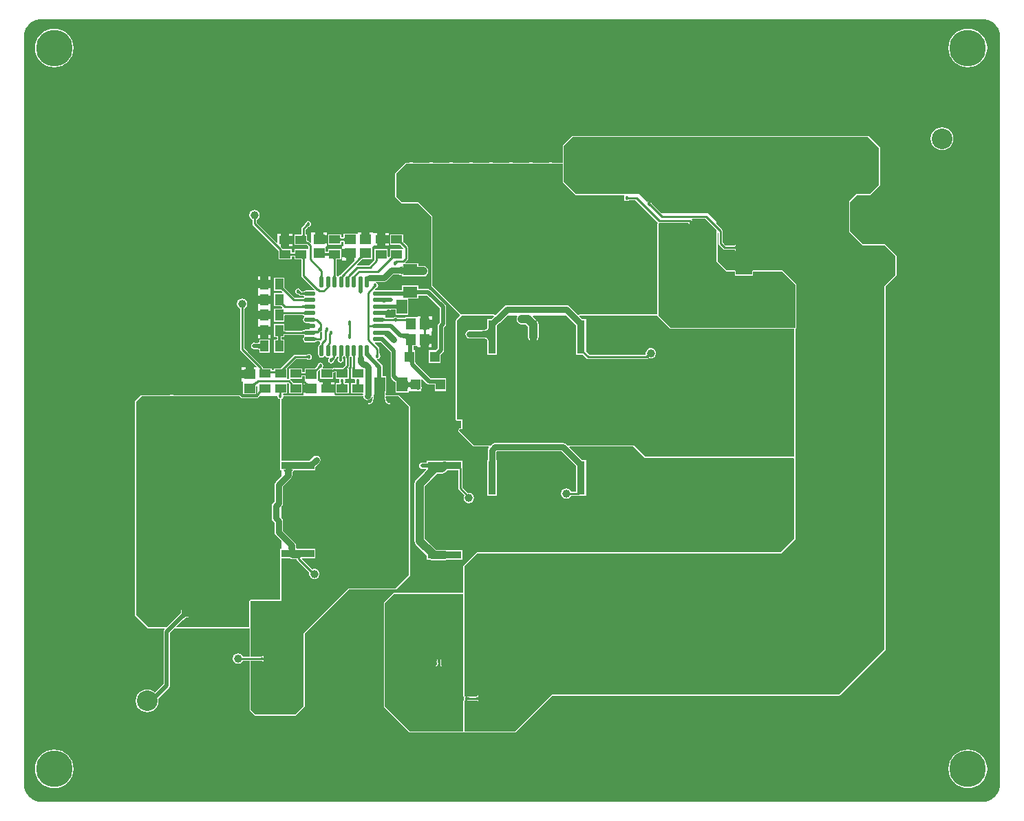
<source format=gtl>
G04*
G04 #@! TF.GenerationSoftware,Altium Limited,Altium Designer,21.6.4 (81)*
G04*
G04 Layer_Physical_Order=1*
G04 Layer_Color=255*
%FSLAX25Y25*%
%MOIN*%
G70*
G04*
G04 #@! TF.SameCoordinates,9BFF0DD7-AB89-4675-BB4A-08C2DD0039C6*
G04*
G04*
G04 #@! TF.FilePolarity,Positive*
G04*
G01*
G75*
%ADD11C,0.03937*%
%ADD13C,0.01000*%
%ADD15R,0.39764X0.34252*%
%ADD16R,0.03740X0.16142*%
%ADD17R,0.21457X0.07480*%
%ADD18R,0.48504X0.15059*%
%ADD19R,0.34252X0.39764*%
%ADD20R,0.16142X0.03740*%
%ADD21R,0.07087X0.05315*%
%ADD22R,0.04528X0.05118*%
%ADD23R,0.04724X0.05512*%
%ADD24R,0.09055X0.17913*%
%ADD25R,0.21654X0.07677*%
%ADD26R,0.07874X0.26378*%
%ADD27R,0.15059X0.48504*%
%ADD28R,0.07677X0.21654*%
%ADD29R,0.07480X0.21457*%
%ADD30O,0.05709X0.02165*%
%ADD31O,0.02165X0.05709*%
%ADD32R,0.03937X0.05315*%
%ADD33R,0.05315X0.03937*%
%ADD34R,0.05512X0.04724*%
%ADD35R,0.05315X0.07087*%
%ADD62C,0.03000*%
%ADD63C,0.05000*%
%ADD64C,0.02000*%
%ADD65C,0.04000*%
%ADD66R,0.07874X0.07874*%
%ADD67C,0.07874*%
%ADD68C,0.10000*%
%ADD69C,0.17717*%
%ADD70C,0.05000*%
%ADD71C,0.01800*%
G36*
X167322Y655655D02*
X168771Y655055D01*
X170075Y654184D01*
X171184Y653075D01*
X172055Y651771D01*
X172655Y650322D01*
X172961Y648784D01*
Y648000D01*
Y284700D01*
Y283916D01*
X172655Y282378D01*
X172055Y280929D01*
X171184Y279625D01*
X170075Y278516D01*
X168771Y277645D01*
X167322Y277045D01*
X165784Y276739D01*
X-292284D01*
X-293822Y277045D01*
X-295271Y277645D01*
X-296575Y278516D01*
X-297684Y279625D01*
X-298555Y280929D01*
X-299155Y282378D01*
X-299461Y283916D01*
Y284700D01*
Y648000D01*
Y648784D01*
X-299155Y650322D01*
X-298555Y651771D01*
X-297684Y653075D01*
X-296575Y654184D01*
X-295271Y655055D01*
X-293822Y655655D01*
X-292284Y655961D01*
X165784D01*
X167322Y655655D01*
D02*
G37*
%LPC*%
G36*
X157500Y651404D02*
X155666Y651223D01*
X153901Y650688D01*
X152276Y649819D01*
X150851Y648649D01*
X149681Y647224D01*
X148812Y645599D01*
X148277Y643834D01*
X148097Y642000D01*
X148277Y640166D01*
X148812Y638401D01*
X149681Y636776D01*
X150851Y635351D01*
X152276Y634181D01*
X153901Y633312D01*
X155666Y632777D01*
X157500Y632596D01*
X159335Y632777D01*
X161099Y633312D01*
X162724Y634181D01*
X164149Y635351D01*
X165319Y636776D01*
X166188Y638401D01*
X166723Y640166D01*
X166903Y642000D01*
X166723Y643834D01*
X166188Y645599D01*
X165319Y647224D01*
X164149Y648649D01*
X162724Y649819D01*
X161099Y650688D01*
X159335Y651223D01*
X157500Y651404D01*
D02*
G37*
G36*
X-285000D02*
X-286835Y651223D01*
X-288599Y650688D01*
X-290224Y649819D01*
X-291649Y648649D01*
X-292819Y647224D01*
X-293688Y645599D01*
X-294223Y643834D01*
X-294404Y642000D01*
X-294223Y640166D01*
X-293688Y638401D01*
X-292819Y636776D01*
X-291649Y635351D01*
X-290224Y634181D01*
X-288599Y633312D01*
X-286835Y632777D01*
X-285000Y632596D01*
X-283166Y632777D01*
X-281401Y633312D01*
X-279776Y634181D01*
X-278351Y635351D01*
X-277181Y636776D01*
X-276312Y638401D01*
X-275777Y640166D01*
X-275596Y642000D01*
X-275777Y643834D01*
X-276312Y645599D01*
X-277181Y647224D01*
X-278351Y648649D01*
X-279776Y649819D01*
X-281401Y650688D01*
X-283166Y651223D01*
X-285000Y651404D01*
D02*
G37*
G36*
X145000Y603547D02*
X143564Y603358D01*
X142226Y602804D01*
X141077Y601923D01*
X140196Y600774D01*
X139642Y599436D01*
X139453Y598000D01*
X139642Y596564D01*
X140196Y595226D01*
X141077Y594077D01*
X142226Y593196D01*
X143564Y592642D01*
X145000Y592452D01*
X146436Y592642D01*
X147774Y593196D01*
X148923Y594077D01*
X149804Y595226D01*
X150358Y596564D01*
X150548Y598000D01*
X150358Y599436D01*
X149804Y600774D01*
X148923Y601923D01*
X147774Y602804D01*
X146436Y603358D01*
X145000Y603547D01*
D02*
G37*
G36*
X-34000Y599341D02*
X-34383Y599183D01*
Y599183D01*
X-38583Y594983D01*
X-38741Y594600D01*
X-38741Y594600D01*
Y586341D01*
X-43591D01*
X-43788Y586423D01*
X-44571Y586526D01*
X-45355Y586423D01*
X-45552Y586341D01*
X-53234D01*
X-53431Y586423D01*
X-54214Y586526D01*
X-54997Y586423D01*
X-55194Y586341D01*
X-62877D01*
X-63074Y586423D01*
X-63857Y586526D01*
X-64640Y586423D01*
X-64837Y586341D01*
X-72520D01*
X-72717Y586423D01*
X-73500Y586526D01*
X-74283Y586423D01*
X-74480Y586341D01*
X-82163D01*
X-82360Y586423D01*
X-83143Y586526D01*
X-83926Y586423D01*
X-84123Y586341D01*
X-91806D01*
X-92002Y586423D01*
X-92786Y586526D01*
X-93569Y586423D01*
X-93766Y586341D01*
X-101448D01*
X-101645Y586423D01*
X-102428Y586526D01*
X-103212Y586423D01*
X-103409Y586341D01*
X-111091D01*
X-111288Y586423D01*
X-112071Y586526D01*
X-112855Y586423D01*
X-113051Y586341D01*
X-114511D01*
X-114894Y586183D01*
X-114894Y586183D01*
X-119783Y581294D01*
X-119941Y580911D01*
X-119941Y580911D01*
Y576643D01*
X-120026Y576000D01*
X-119941Y575357D01*
Y570079D01*
X-119783Y569696D01*
X-119783Y569696D01*
X-116904Y566817D01*
X-116521Y566659D01*
X-116521Y566659D01*
X-108831D01*
X-102341Y560169D01*
Y526900D01*
X-102183Y526517D01*
X-102183Y526517D01*
X-88512Y512846D01*
Y512139D01*
X-90426Y510225D01*
X-90584Y509842D01*
X-90584Y509842D01*
Y461870D01*
X-90426Y461487D01*
X-90043Y461329D01*
X-87907D01*
Y457671D01*
X-88603D01*
X-88702Y457630D01*
X-88810D01*
X-88886Y457554D01*
X-88986Y457513D01*
X-89027Y457413D01*
X-89103Y457337D01*
X-89294Y456875D01*
Y456768D01*
X-89336Y456668D01*
X-89294Y456568D01*
Y456461D01*
X-89218Y456385D01*
X-89177Y456285D01*
X-81909Y449017D01*
X-81526Y448859D01*
X-81526Y448859D01*
X-74650D01*
X-74497Y448359D01*
X-74884Y447780D01*
X-75039Y447000D01*
X-74939Y446497D01*
Y442161D01*
X-75270D01*
Y425020D01*
X-70530D01*
Y442161D01*
X-70861D01*
Y446255D01*
X-70655Y446461D01*
X-39353D01*
X-32170Y439278D01*
Y427039D01*
X-34726D01*
X-35220Y427780D01*
X-36037Y428325D01*
X-37000Y428517D01*
X-37963Y428325D01*
X-38780Y427780D01*
X-39325Y426963D01*
X-39517Y426000D01*
X-39325Y425037D01*
X-38780Y424220D01*
X-37963Y423675D01*
X-37000Y423483D01*
X-36037Y423675D01*
X-35220Y424220D01*
X-34699Y425000D01*
X-31170D01*
X-31071Y425020D01*
X-27430D01*
Y442161D01*
X-29286D01*
X-35522Y448397D01*
X-35330Y448859D01*
X-4462D01*
X978Y443418D01*
X1361Y443260D01*
X1361Y443260D01*
X1559D01*
X1559Y443260D01*
X1560Y443260D01*
X73105Y443357D01*
X73459Y443004D01*
Y404143D01*
X73474Y404106D01*
X66900Y397532D01*
X-80239D01*
X-80621Y397373D01*
X-80621Y397373D01*
X-86672Y391323D01*
X-86830Y390940D01*
X-86830Y390940D01*
Y377841D01*
X-120477D01*
X-120860Y377683D01*
X-120860Y377683D01*
X-125183Y373360D01*
X-125341Y372977D01*
X-125341Y372977D01*
Y322900D01*
X-125341Y322900D01*
X-125183Y322517D01*
X-125183Y322517D01*
X-112983Y310317D01*
X-112600Y310159D01*
X-112600Y310159D01*
X-87292D01*
X-87198Y310198D01*
X-87097Y310195D01*
X-86635Y310374D01*
X-86589Y310418D01*
X-86472Y310307D01*
X-86285Y310235D01*
X-86100Y310159D01*
X-61800D01*
X-61417Y310317D01*
X-43776Y327959D01*
X95200D01*
X95583Y328117D01*
X95583Y328117D01*
X117458Y349992D01*
X117616Y350375D01*
X117616Y350375D01*
Y526451D01*
X122783Y531617D01*
X122941Y532000D01*
X122941Y532000D01*
Y541300D01*
X122941Y541300D01*
X122783Y541683D01*
X122783Y541683D01*
X117783Y546683D01*
X117400Y546841D01*
X117400Y546841D01*
X106624D01*
X100441Y553024D01*
Y567341D01*
X103703Y570603D01*
X110144D01*
X110144Y570603D01*
X110527Y570761D01*
X110527Y570761D01*
X114921Y575156D01*
X115080Y575539D01*
X115080Y575539D01*
Y593461D01*
X114921Y593844D01*
X114921Y593844D01*
X109583Y599183D01*
X109200Y599341D01*
X109200Y599341D01*
X-34000D01*
X-34000Y599341D01*
D02*
G37*
G36*
X-124700Y552112D02*
Y551143D01*
X-123043D01*
Y552112D01*
X-124700D01*
D02*
G37*
G36*
X-152944Y552505D02*
X-154700D01*
Y551143D01*
X-152944D01*
Y552505D01*
D02*
G37*
G36*
X-169543Y552012D02*
X-171200D01*
Y551043D01*
X-169543D01*
Y552012D01*
D02*
G37*
G36*
X-123043Y547143D02*
X-124700D01*
Y546175D01*
X-123043D01*
Y547143D01*
D02*
G37*
G36*
X-169543Y547043D02*
X-171200D01*
Y546075D01*
X-169543D01*
Y547043D01*
D02*
G37*
G36*
X-143700Y540450D02*
X-145456D01*
Y539088D01*
X-143700D01*
Y540450D01*
D02*
G37*
G36*
X-188000Y563517D02*
X-188963Y563325D01*
X-189780Y562780D01*
X-190325Y561963D01*
X-190517Y561000D01*
X-190325Y560037D01*
X-189780Y559220D01*
X-189020Y558712D01*
Y556757D01*
X-188942Y556366D01*
X-188721Y556036D01*
X-176377Y543692D01*
Y543425D01*
X-176357Y543327D01*
Y539488D01*
X-170043D01*
Y540937D01*
X-168757D01*
Y539488D01*
X-165299D01*
X-165294Y539476D01*
X-165275Y539402D01*
X-165257Y539297D01*
X-165246Y539162D01*
X-165241Y538986D01*
X-165220Y538938D01*
Y531600D01*
X-165142Y531210D01*
X-164921Y530879D01*
X-159021Y524979D01*
X-159267Y524518D01*
X-159362Y524537D01*
X-162906D01*
X-163523Y524414D01*
X-163661Y524322D01*
X-163759Y524300D01*
X-163859Y524228D01*
X-163948Y524175D01*
X-164041Y524127D01*
X-164138Y524086D01*
X-164242Y524050D01*
X-164351Y524020D01*
X-164467Y523996D01*
X-164590Y523979D01*
X-164720Y523969D01*
X-164872Y523965D01*
X-165126Y524015D01*
X-165307Y524205D01*
X-165379Y524290D01*
X-165397Y524314D01*
X-165406Y524328D01*
X-165409Y524335D01*
X-165411Y524337D01*
X-165419Y524351D01*
X-165447Y524372D01*
X-165481Y524546D01*
X-165791Y525009D01*
X-166254Y525319D01*
X-166800Y525427D01*
X-167346Y525319D01*
X-167809Y525009D01*
X-168119Y524546D01*
X-168227Y524000D01*
X-168119Y523454D01*
X-167809Y522991D01*
X-167346Y522681D01*
X-166800Y522573D01*
X-166697Y522593D01*
X-166693Y522590D01*
X-166681Y522587D01*
X-166672Y522582D01*
X-166647Y522567D01*
X-166617Y522545D01*
X-166513Y522455D01*
X-166453Y522397D01*
X-166402Y522377D01*
X-166372Y522332D01*
X-166354Y522329D01*
X-166228Y522203D01*
X-165897Y521982D01*
X-165507Y521904D01*
X-164920D01*
X-164872Y521883D01*
X-164720Y521879D01*
X-164590Y521868D01*
X-164467Y521851D01*
X-164351Y521827D01*
X-164242Y521797D01*
X-164138Y521762D01*
X-164041Y521720D01*
X-163948Y521672D01*
X-163880Y521631D01*
X-163841Y521475D01*
Y521223D01*
X-163880Y521066D01*
X-163948Y521025D01*
X-164041Y520978D01*
X-164138Y520936D01*
X-164242Y520900D01*
X-164351Y520870D01*
X-164467Y520847D01*
X-164590Y520830D01*
X-164720Y520819D01*
X-164872Y520815D01*
X-164920Y520794D01*
X-168597D01*
X-172979Y525175D01*
X-172996Y525223D01*
X-173351Y525604D01*
X-173468Y525751D01*
X-173557Y525879D01*
X-173588Y525933D01*
Y526198D01*
X-173559Y526269D01*
X-173576Y526310D01*
X-173566Y526353D01*
X-173588Y526390D01*
Y530657D01*
X-178525D01*
Y524342D01*
X-175636D01*
X-175599Y524320D01*
X-175556Y524330D01*
X-175514Y524313D01*
X-175444Y524342D01*
X-175179D01*
X-175125Y524312D01*
X-175003Y524227D01*
X-174668Y523944D01*
X-174476Y523758D01*
X-174470Y523646D01*
X-174905Y523158D01*
X-178525D01*
Y516843D01*
X-175636D01*
X-175599Y516820D01*
X-175556Y516830D01*
X-175514Y516813D01*
X-175444Y516843D01*
X-175179D01*
X-175125Y516812D01*
X-175003Y516727D01*
X-174668Y516444D01*
X-174476Y516258D01*
X-174504Y515775D01*
X-174552Y515658D01*
X-178525D01*
Y509342D01*
X-173588D01*
Y512370D01*
X-173586Y512373D01*
X-173567Y512381D01*
X-173495Y512400D01*
X-173392Y512418D01*
X-173259Y512429D01*
X-173086Y512434D01*
X-173038Y512455D01*
X-164920D01*
X-164872Y512434D01*
X-164720Y512430D01*
X-164590Y512419D01*
X-164467Y512402D01*
X-164351Y512378D01*
X-164242Y512349D01*
X-164138Y512313D01*
X-164041Y512271D01*
X-163948Y512224D01*
X-163859Y512170D01*
X-163813Y511771D01*
X-163836Y511628D01*
X-163847Y511599D01*
X-164047Y511466D01*
X-164396Y510943D01*
X-164519Y510325D01*
X-164396Y509708D01*
X-164201Y509416D01*
X-164225Y509176D01*
X-164034D01*
X-163523Y508834D01*
X-162906Y508711D01*
X-161134D01*
Y505640D01*
X-162906D01*
X-163523Y505517D01*
X-163661Y505425D01*
X-163759Y505402D01*
X-163859Y505331D01*
X-163948Y505277D01*
X-164041Y505230D01*
X-164138Y505188D01*
X-164175Y505176D01*
X-164421D01*
X-164451Y505102D01*
X-164467Y505099D01*
X-164590Y505082D01*
X-164720Y505071D01*
X-164872Y505067D01*
X-164920Y505046D01*
X-173038D01*
X-173086Y505067D01*
X-173259Y505072D01*
X-173392Y505083D01*
X-173495Y505100D01*
X-173567Y505120D01*
X-173586Y505128D01*
X-173588Y505131D01*
Y508157D01*
X-178525D01*
Y501842D01*
X-177156D01*
X-177151Y501831D01*
X-177131Y501757D01*
X-177114Y501651D01*
X-177102Y501516D01*
X-177098Y501340D01*
X-177076Y501292D01*
Y501208D01*
X-177098Y501159D01*
X-177102Y500984D01*
X-177114Y500849D01*
X-177131Y500743D01*
X-177151Y500669D01*
X-177156Y500658D01*
X-178525D01*
Y494343D01*
X-173588D01*
Y500658D01*
X-174958D01*
X-174962Y500669D01*
X-174982Y500743D01*
X-174999Y500849D01*
X-175011Y500984D01*
X-175016Y501160D01*
X-175037Y501208D01*
Y501292D01*
X-175016Y501340D01*
X-175011Y501516D01*
X-174999Y501651D01*
X-174982Y501757D01*
X-174962Y501831D01*
X-174958Y501842D01*
X-173588D01*
Y502921D01*
X-173586Y502924D01*
X-173567Y502932D01*
X-173495Y502951D01*
X-173392Y502969D01*
X-173259Y502980D01*
X-173086Y502985D01*
X-173038Y503006D01*
X-164920D01*
X-164872Y502985D01*
X-164720Y502981D01*
X-164590Y502970D01*
X-164467Y502953D01*
X-164351Y502930D01*
X-164242Y502900D01*
X-164138Y502864D01*
X-164041Y502822D01*
X-163948Y502775D01*
X-163859Y502721D01*
X-163813Y502322D01*
X-163836Y502179D01*
X-163847Y502150D01*
X-164047Y502017D01*
X-164396Y501494D01*
X-164519Y500876D01*
X-164396Y500259D01*
X-164047Y499735D01*
X-163523Y499385D01*
X-162906Y499263D01*
X-159362D01*
X-158745Y499385D01*
X-158607Y499478D01*
X-158509Y499500D01*
X-158408Y499572D01*
X-158320Y499625D01*
X-158227Y499673D01*
X-158129Y499714D01*
X-158026Y499750D01*
X-157917Y499780D01*
X-157800Y499804D01*
X-157677Y499821D01*
X-157547Y499831D01*
X-157396Y499835D01*
X-157348Y499857D01*
X-156559D01*
X-156333Y499552D01*
X-156254Y499373D01*
X-156320Y499040D01*
Y498409D01*
X-156665Y498179D01*
X-157015Y497655D01*
X-157137Y497038D01*
Y493495D01*
X-157015Y492877D01*
X-156665Y492353D01*
X-156141Y492004D01*
X-155524Y491881D01*
X-154906Y492004D01*
X-154383Y492353D01*
X-154250Y492553D01*
X-153648D01*
X-153515Y492353D01*
X-152992Y492004D01*
X-152374Y491881D01*
X-152060Y491943D01*
X-151863Y491603D01*
X-151829Y491479D01*
X-152119Y491046D01*
X-152227Y490500D01*
X-152119Y489954D01*
X-151809Y489491D01*
X-151346Y489181D01*
X-150800Y489073D01*
X-150254Y489181D01*
X-149791Y489491D01*
X-149481Y489954D01*
X-149373Y490500D01*
X-149393Y490603D01*
X-149390Y490607D01*
X-149387Y490619D01*
X-149382Y490628D01*
X-149367Y490653D01*
X-149345Y490683D01*
X-149255Y490788D01*
X-149197Y490847D01*
X-149177Y490898D01*
X-149132Y490928D01*
X-149129Y490946D01*
X-148726Y491348D01*
X-148505Y491679D01*
X-148428Y492069D01*
Y492123D01*
X-148083Y492353D01*
X-147950Y492553D01*
X-147933Y492560D01*
X-147814Y492586D01*
X-147507Y492397D01*
X-147386Y492303D01*
X-147397Y491818D01*
X-147409Y491809D01*
X-147719Y491346D01*
X-147827Y490800D01*
X-147719Y490254D01*
X-147409Y489791D01*
X-146946Y489481D01*
X-146400Y489373D01*
X-145854Y489481D01*
X-145391Y489791D01*
X-145081Y490254D01*
X-144973Y490800D01*
X-145081Y491346D01*
X-145225Y491561D01*
X-145222Y491600D01*
X-145227Y491616D01*
X-145227Y491620D01*
X-145230Y491627D01*
X-145233Y491638D01*
X-145236Y491654D01*
X-145246Y491788D01*
X-145239Y491889D01*
X-145219Y492055D01*
X-145194Y492179D01*
X-144934Y492353D01*
X-144801Y492553D01*
X-144772Y492564D01*
X-144629Y492587D01*
X-144230Y492541D01*
X-144176Y492452D01*
X-144129Y492359D01*
X-144087Y492262D01*
X-144051Y492158D01*
X-144022Y492049D01*
X-143998Y491933D01*
X-143981Y491810D01*
X-143970Y491680D01*
X-143966Y491529D01*
X-143945Y491480D01*
Y488283D01*
X-144627Y487601D01*
X-144677Y487581D01*
X-144877Y487388D01*
X-145249Y487068D01*
X-145348Y486994D01*
X-149093D01*
X-149145Y487016D01*
X-149198Y486994D01*
X-149657D01*
X-150048Y486917D01*
X-150378Y486696D01*
X-150411Y486663D01*
X-151098D01*
X-151196Y486643D01*
X-154767D01*
X-154789Y486666D01*
X-154989Y487143D01*
X-154781Y487454D01*
X-154673Y488000D01*
X-154781Y488546D01*
X-155091Y489009D01*
X-155554Y489319D01*
X-156100Y489427D01*
X-156646Y489319D01*
X-157109Y489009D01*
X-157419Y488546D01*
X-157511Y488082D01*
X-157519Y488074D01*
X-157526Y488054D01*
X-157527Y488051D01*
X-157529Y488049D01*
X-157529Y488047D01*
X-157540Y488029D01*
X-157555Y488008D01*
X-157690Y487850D01*
X-157746Y487791D01*
X-157748Y487786D01*
X-157753Y487784D01*
X-157772Y487736D01*
X-158864Y486643D01*
X-163756D01*
Y484801D01*
X-164842D01*
Y486643D01*
X-171158D01*
Y482039D01*
X-171356Y481648D01*
X-171604Y481576D01*
X-171796D01*
X-172242Y481706D01*
X-172242Y482076D01*
Y486643D01*
X-172242D01*
X-172347Y486897D01*
X-167964Y491280D01*
X-162946D01*
X-162895Y491259D01*
X-162804Y491258D01*
X-162734Y491255D01*
X-162608Y491242D01*
X-162576Y491237D01*
X-162552Y491231D01*
X-162551Y491231D01*
X-162548Y491229D01*
X-162544Y491229D01*
X-162524Y491220D01*
X-162503Y491220D01*
X-162146Y490981D01*
X-161600Y490873D01*
X-161054Y490981D01*
X-160591Y491291D01*
X-160281Y491754D01*
X-160173Y492300D01*
X-160281Y492846D01*
X-160591Y493309D01*
X-161054Y493619D01*
X-161600Y493727D01*
X-162146Y493619D01*
X-162503Y493380D01*
X-162524Y493380D01*
X-162544Y493371D01*
X-162548Y493371D01*
X-162551Y493369D01*
X-162552Y493369D01*
X-162576Y493363D01*
X-162603Y493359D01*
X-162813Y493342D01*
X-162895Y493341D01*
X-162946Y493320D01*
X-168386D01*
X-168776Y493242D01*
X-169107Y493021D01*
X-175484Y486643D01*
X-178558D01*
Y485939D01*
X-179743D01*
Y486643D01*
X-183843D01*
X-183858Y486801D01*
X-183860Y486931D01*
X-183903Y487030D01*
X-183959Y487311D01*
X-184180Y487642D01*
X-191191Y494652D01*
X-191191Y494652D01*
X-192980Y496442D01*
Y515712D01*
X-192220Y516220D01*
X-191675Y517037D01*
X-191483Y518000D01*
X-191675Y518963D01*
X-192220Y519780D01*
X-193037Y520325D01*
X-194000Y520517D01*
X-194963Y520325D01*
X-195780Y519780D01*
X-196325Y518963D01*
X-196517Y518000D01*
X-196325Y517037D01*
X-195780Y516220D01*
X-195020Y515712D01*
Y496020D01*
X-194942Y495629D01*
X-194721Y495299D01*
X-192632Y493210D01*
X-192632Y493210D01*
X-187066Y487643D01*
X-187273Y487143D01*
X-188400D01*
Y483781D01*
X-190400D01*
Y481781D01*
X-194156D01*
Y480419D01*
X-193732D01*
X-193656Y479950D01*
X-193656D01*
Y474226D01*
X-187144D01*
Y478015D01*
X-187057Y478075D01*
X-186557Y477812D01*
Y474120D01*
X-186000D01*
X-185900Y473620D01*
X-185989Y473583D01*
X-186647Y472925D01*
X-186844Y472794D01*
X-187076Y472748D01*
X-193973D01*
X-194205Y472794D01*
X-194402Y472925D01*
X-195059Y473583D01*
X-195442Y473741D01*
X-195442Y473741D01*
X-226779D01*
X-227217Y473923D01*
X-228000Y474026D01*
X-228783Y473923D01*
X-229222Y473741D01*
X-242675D01*
X-242675Y473741D01*
X-243058Y473583D01*
X-243058Y473583D01*
X-245794Y470847D01*
X-245952Y470465D01*
X-245952Y470465D01*
Y459561D01*
X-246026Y459000D01*
X-245952Y458439D01*
Y429561D01*
X-246026Y429000D01*
X-245952Y428439D01*
Y398061D01*
X-246026Y397500D01*
X-245952Y396939D01*
Y367393D01*
X-245952Y367393D01*
X-245794Y367011D01*
X-239532Y360750D01*
X-239149Y360591D01*
X-239149Y360591D01*
X-231755D01*
X-231713Y360489D01*
X-231609Y360091D01*
X-231903Y359651D01*
X-232019Y359066D01*
Y333644D01*
X-236170Y329493D01*
X-237226Y330304D01*
X-238564Y330858D01*
X-240000Y331048D01*
X-241436Y330858D01*
X-242774Y330304D01*
X-243923Y329423D01*
X-244804Y328274D01*
X-245358Y326936D01*
X-245548Y325500D01*
X-245358Y324064D01*
X-244804Y322726D01*
X-243923Y321577D01*
X-242774Y320696D01*
X-241436Y320142D01*
X-240000Y319953D01*
X-238564Y320142D01*
X-237226Y320696D01*
X-236077Y321577D01*
X-235196Y322726D01*
X-234642Y324064D01*
X-234453Y325500D01*
X-234614Y326724D01*
X-229409Y331928D01*
X-229077Y332425D01*
X-228961Y333010D01*
Y358433D01*
X-226494Y360900D01*
X-225991Y360750D01*
X-225891Y360708D01*
X-225815Y360632D01*
X-225707D01*
X-225608Y360591D01*
X-190500D01*
X-190343Y360486D01*
Y347020D01*
X-193712D01*
X-194220Y347780D01*
X-195037Y348325D01*
X-196000Y348517D01*
X-196963Y348325D01*
X-197780Y347780D01*
X-198325Y346963D01*
X-198517Y346000D01*
X-198325Y345037D01*
X-197780Y344220D01*
X-196963Y343675D01*
X-196000Y343483D01*
X-195037Y343675D01*
X-194220Y344220D01*
X-193712Y344980D01*
X-190343D01*
Y321059D01*
X-190343Y321059D01*
X-190185Y320676D01*
X-190184Y320676D01*
X-188025Y318517D01*
X-187643Y318359D01*
X-187643Y318359D01*
X-168400D01*
X-168400Y318359D01*
X-168017Y318517D01*
X-168017Y318517D01*
X-163917Y322617D01*
X-163759Y323000D01*
X-163759Y323000D01*
Y357976D01*
X-142215Y379519D01*
X-119761D01*
X-119761Y379519D01*
X-119378Y379678D01*
X-119378Y379678D01*
X-112738Y386318D01*
X-112579Y386701D01*
X-112579Y386701D01*
Y468020D01*
X-112738Y468403D01*
X-112738Y468403D01*
X-117917Y473583D01*
X-118300Y473741D01*
X-118300Y473741D01*
X-124147D01*
X-124216Y473784D01*
X-124556Y474112D01*
X-124556Y474113D01*
X-124560Y474257D01*
X-124245Y474757D01*
X-124156D01*
Y482843D01*
X-125920D01*
Y487351D01*
X-126037Y487936D01*
X-126368Y488432D01*
X-128671Y490735D01*
X-128516Y491093D01*
X-128439Y491210D01*
X-127922Y491313D01*
X-127459Y491623D01*
X-127149Y492086D01*
X-127041Y492632D01*
X-127149Y493178D01*
X-127388Y493535D01*
X-127388Y493556D01*
X-127397Y493576D01*
X-127397Y493580D01*
X-127399Y493583D01*
X-127399Y493584D01*
X-127405Y493608D01*
X-127410Y493635D01*
X-127426Y493845D01*
X-127427Y493927D01*
X-127448Y493978D01*
Y496054D01*
X-127526Y496444D01*
X-127747Y496775D01*
X-129746Y498774D01*
X-129697Y498998D01*
X-129527Y499263D01*
X-126719D01*
X-122029Y494573D01*
Y482813D01*
X-121913Y482228D01*
X-121581Y481732D01*
X-120111Y480262D01*
X-119644Y479950D01*
Y474757D01*
X-113329D01*
Y475652D01*
X-112866Y475741D01*
Y475741D01*
X-108986D01*
X-108839Y475711D01*
X-108548D01*
X-108400Y475741D01*
X-107339D01*
Y476351D01*
X-107135Y476656D01*
X-107019Y477241D01*
X-107135Y477826D01*
X-107339Y478131D01*
Y481441D01*
X-106839Y481648D01*
X-104468Y479278D01*
X-103972Y478946D01*
X-103386Y478830D01*
X-100661D01*
Y475741D01*
X-95134D01*
Y481859D01*
X-99014D01*
X-99161Y481888D01*
X-102753D01*
X-110103Y489239D01*
X-110109Y489835D01*
Y491136D01*
X-110139Y491284D01*
Y495459D01*
X-111068D01*
Y497444D01*
X-109462D01*
X-109431Y497444D01*
X-108962Y497368D01*
Y496944D01*
X-107600D01*
Y500700D01*
X-105600D01*
Y502700D01*
X-102238D01*
Y504444D01*
X-102091D01*
Y506200D01*
X-105454D01*
Y508200D01*
X-107454D01*
Y511956D01*
X-108816D01*
Y511532D01*
X-109284Y511456D01*
X-109316Y511456D01*
X-115009D01*
Y511253D01*
X-118404D01*
X-118454Y511275D01*
X-118546Y511276D01*
X-118615Y511279D01*
X-118742Y511291D01*
X-118774Y511297D01*
X-118798Y511302D01*
X-118798Y511303D01*
X-118801Y511304D01*
X-118805Y511305D01*
X-118825Y511313D01*
X-118846Y511314D01*
X-119203Y511552D01*
X-119750Y511661D01*
X-120296Y511552D01*
X-120653Y511314D01*
X-120674Y511313D01*
X-120694Y511305D01*
X-120698Y511304D01*
X-120701Y511303D01*
X-120702Y511302D01*
X-120725Y511297D01*
X-120753Y511292D01*
X-120963Y511276D01*
X-121045Y511275D01*
X-121095Y511253D01*
X-124018D01*
X-124054Y511272D01*
X-124075Y511266D01*
X-124095Y511275D01*
X-124355Y511279D01*
X-124464Y511286D01*
X-124586Y511452D01*
X-124593Y511973D01*
X-124133Y512662D01*
X-123971Y513475D01*
X-124133Y514287D01*
X-124322Y514571D01*
X-124058Y515076D01*
X-123700Y515083D01*
X-123673Y515095D01*
X-122783D01*
X-122308Y515000D01*
X-121833Y515095D01*
X-119771D01*
Y512457D01*
X-113456D01*
Y520442D01*
X-108580D01*
Y522071D01*
X-104491D01*
X-98225Y515805D01*
Y508836D01*
X-98813Y508249D01*
X-99144Y507753D01*
X-99261Y507167D01*
Y496315D01*
X-100122Y495459D01*
X-103461D01*
Y489341D01*
X-97934D01*
Y493266D01*
X-96647Y494566D01*
X-96628Y494613D01*
X-96318Y495076D01*
X-96202Y495662D01*
Y506534D01*
X-95614Y507122D01*
X-95283Y507618D01*
X-95166Y508203D01*
Y516438D01*
X-95283Y517024D01*
X-95614Y517520D01*
X-102776Y524681D01*
X-103272Y525013D01*
X-103857Y525129D01*
X-108580D01*
Y526757D01*
X-116666D01*
Y524453D01*
X-123679D01*
X-123707Y524465D01*
X-125225Y524475D01*
X-125662Y524492D01*
X-125695Y524495D01*
X-125706Y524497D01*
X-125710Y524496D01*
X-125724Y524497D01*
X-125760Y524486D01*
X-125762Y524486D01*
X-125815Y524508D01*
X-125858Y524490D01*
X-126094Y524537D01*
X-129356D01*
X-129622Y524746D01*
X-129755Y524930D01*
X-129779Y525008D01*
X-129500Y525373D01*
X-128954Y525481D01*
X-128491Y525791D01*
X-128181Y526254D01*
X-128073Y526800D01*
X-128181Y527346D01*
X-128491Y527809D01*
X-128954Y528119D01*
X-129165Y528161D01*
X-129116Y528661D01*
X-125207D01*
X-124426Y528816D01*
X-123765Y529258D01*
X-120862Y532161D01*
X-119176D01*
X-119173Y532159D01*
X-118111Y532123D01*
X-117696Y532081D01*
X-117344Y532023D01*
X-117065Y531953D01*
X-116864Y531878D01*
X-116745Y531810D01*
X-116701Y531770D01*
X-116701Y531769D01*
X-116688Y531690D01*
X-116666Y531656D01*
Y531269D01*
X-116225D01*
X-116154Y531240D01*
X-116110Y531259D01*
X-116062Y531248D01*
X-116029Y531269D01*
X-112212D01*
X-111965Y531220D01*
X-106369D01*
X-105394Y531414D01*
X-104567Y531967D01*
X-104014Y532794D01*
X-103820Y533769D01*
X-104014Y534745D01*
X-104567Y535572D01*
X-105394Y536124D01*
X-106369Y536318D01*
X-108580D01*
Y537584D01*
X-114776D01*
X-114983Y538084D01*
X-113779Y539288D01*
X-113558Y539619D01*
X-113480Y540009D01*
Y545132D01*
X-113558Y545522D01*
X-113779Y545853D01*
X-115433Y547507D01*
X-115451Y547555D01*
X-115805Y547936D01*
X-115923Y548084D01*
X-116012Y548212D01*
X-116042Y548266D01*
Y548530D01*
X-116013Y548601D01*
X-116030Y548642D01*
X-116020Y548685D01*
X-116042Y548722D01*
Y551612D01*
X-122357D01*
Y546675D01*
X-118090D01*
X-118053Y546652D01*
X-118010Y546663D01*
X-117969Y546646D01*
X-117898Y546675D01*
X-117633D01*
X-117579Y546644D01*
X-117457Y546559D01*
X-117123Y546276D01*
X-116930Y546090D01*
X-116880Y546071D01*
X-115520Y544710D01*
Y540887D01*
X-115542Y540871D01*
X-116042Y541139D01*
Y544525D01*
X-122357D01*
Y541636D01*
X-122380Y541599D01*
X-122370Y541556D01*
X-122387Y541514D01*
X-122357Y541444D01*
Y541179D01*
X-122388Y541125D01*
X-122473Y541003D01*
X-122756Y540668D01*
X-122942Y540476D01*
X-123054Y540470D01*
X-123542Y540905D01*
Y544525D01*
X-129858D01*
Y540687D01*
X-129877Y540588D01*
Y540129D01*
X-129887Y540107D01*
X-129897Y539245D01*
X-132422Y536720D01*
X-138015D01*
X-138187Y536993D01*
X-138233Y537209D01*
X-136872Y538569D01*
X-136868Y538570D01*
X-136855Y538586D01*
X-136810Y538631D01*
X-136759Y538652D01*
X-136504Y538900D01*
X-136057Y539293D01*
X-135881Y539427D01*
X-135731Y539526D01*
X-135617Y539587D01*
X-135613Y539588D01*
X-135397D01*
X-135308Y539563D01*
X-135261Y539588D01*
X-135248D01*
X-135205Y539584D01*
X-135200Y539588D01*
X-130944D01*
Y545313D01*
X-130944D01*
X-130925Y545430D01*
X-130614Y545781D01*
X-130444Y545781D01*
X-130187Y546175D01*
X-129944Y546175D01*
X-128700D01*
Y549143D01*
Y552112D01*
X-130187Y552112D01*
X-130444Y552505D01*
X-130614Y552505D01*
X-130614Y552505D01*
X-132200D01*
Y549143D01*
X-136200D01*
Y552505D01*
X-137956D01*
Y552034D01*
X-138444Y552005D01*
X-138456Y552005D01*
X-144956D01*
Y550243D01*
X-144968Y550238D01*
X-145042Y550218D01*
X-145147Y550201D01*
X-145282Y550189D01*
X-145458Y550184D01*
X-145499Y550166D01*
X-145540Y550184D01*
X-145716Y550189D01*
X-145851Y550201D01*
X-145957Y550218D01*
X-146030Y550238D01*
X-146043Y550243D01*
Y551612D01*
X-152357D01*
Y546675D01*
X-146043D01*
Y548044D01*
X-146031Y548049D01*
X-145957Y548069D01*
X-145851Y548086D01*
X-145716Y548098D01*
X-145540Y548102D01*
X-145499Y548121D01*
X-145458Y548102D01*
X-145282Y548098D01*
X-145147Y548086D01*
X-145042Y548069D01*
X-144968Y548049D01*
X-144956Y548044D01*
Y546313D01*
X-144956Y546281D01*
X-145032Y545813D01*
X-145456D01*
Y544450D01*
X-141700D01*
Y542450D01*
X-139700D01*
Y538629D01*
X-139699Y538626D01*
X-146229Y532096D01*
X-146389Y531857D01*
X-146692Y531796D01*
X-147216Y531447D01*
X-147349Y531247D01*
X-147377Y531236D01*
X-147521Y531213D01*
X-147920Y531259D01*
X-147973Y531348D01*
X-148021Y531440D01*
X-148062Y531538D01*
X-148098Y531642D01*
X-148128Y531751D01*
X-148152Y531867D01*
X-148169Y531990D01*
X-148179Y532120D01*
X-148183Y532271D01*
X-148205Y532320D01*
Y539038D01*
X-148183Y539086D01*
X-148179Y539259D01*
X-148167Y539392D01*
X-148150Y539495D01*
X-148131Y539567D01*
X-148123Y539586D01*
X-148119Y539588D01*
X-146043D01*
Y544525D01*
X-152357D01*
Y543156D01*
X-152369Y543151D01*
X-152443Y543131D01*
X-152549Y543114D01*
X-152684Y543102D01*
X-152859Y543098D01*
X-152901Y543079D01*
X-152942Y543098D01*
X-153118Y543102D01*
X-153253Y543114D01*
X-153358Y543131D01*
X-153432Y543151D01*
X-153444Y543156D01*
Y545313D01*
X-153444D01*
X-153368Y545781D01*
X-152944D01*
Y547143D01*
X-156700D01*
Y549143D01*
X-158700D01*
Y552505D01*
X-160456D01*
Y547862D01*
X-160918Y547671D01*
X-161543Y548296D01*
X-161873Y548517D01*
X-162264Y548594D01*
X-162443D01*
Y551512D01*
X-163095D01*
X-163098Y551513D01*
X-163106Y551533D01*
X-163126Y551605D01*
X-163143Y551708D01*
X-163154Y551841D01*
X-163159Y552014D01*
X-163180Y552062D01*
Y554078D01*
X-162231Y555028D01*
X-162180Y555048D01*
X-162114Y555112D01*
X-162063Y555159D01*
X-161965Y555239D01*
X-161938Y555258D01*
X-161917Y555271D01*
X-161917Y555271D01*
X-161914Y555272D01*
X-161910Y555275D01*
X-161890Y555283D01*
X-161875Y555297D01*
X-161454Y555381D01*
X-160991Y555691D01*
X-160681Y556154D01*
X-160573Y556700D01*
X-160681Y557246D01*
X-160991Y557709D01*
X-161454Y558019D01*
X-162000Y558127D01*
X-162546Y558019D01*
X-163009Y557709D01*
X-163319Y557246D01*
X-163403Y556825D01*
X-163417Y556810D01*
X-163425Y556790D01*
X-163428Y556786D01*
X-163428Y556783D01*
X-163429Y556783D01*
X-163442Y556762D01*
X-163458Y556739D01*
X-163595Y556579D01*
X-163652Y556520D01*
X-163672Y556469D01*
X-164921Y555221D01*
X-165142Y554890D01*
X-165220Y554500D01*
Y552062D01*
X-165241Y552014D01*
X-165246Y551841D01*
X-165257Y551708D01*
X-165275Y551605D01*
X-165294Y551533D01*
X-165302Y551513D01*
X-165305Y551512D01*
X-168757D01*
Y546575D01*
X-163041D01*
X-162943Y546555D01*
X-162686D01*
X-161976Y545845D01*
Y544505D01*
X-162443Y544425D01*
Y544425D01*
X-168757D01*
Y542976D01*
X-170043D01*
Y544425D01*
X-174400D01*
X-174416Y544504D01*
X-174636Y544835D01*
X-175414Y545613D01*
X-175223Y546075D01*
X-175200D01*
Y549043D01*
Y552012D01*
X-176857D01*
Y547709D01*
X-177319Y547518D01*
X-186980Y557179D01*
Y558712D01*
X-186220Y559220D01*
X-185675Y560037D01*
X-185483Y561000D01*
X-185675Y561963D01*
X-186220Y562780D01*
X-187037Y563325D01*
X-188000Y563517D01*
D02*
G37*
G36*
X-180175Y531157D02*
X-181143D01*
Y529500D01*
X-180175D01*
Y531157D01*
D02*
G37*
G36*
X-185143D02*
X-186112D01*
Y529500D01*
X-185143D01*
Y531157D01*
D02*
G37*
G36*
X-180175Y525500D02*
X-183143D01*
X-186112D01*
Y524157D01*
X-186112Y523658D01*
X-186112Y523343D01*
Y522000D01*
X-183143D01*
X-180175D01*
Y523343D01*
X-180175Y523842D01*
X-180175Y524157D01*
Y525500D01*
D02*
G37*
G36*
X-180175Y518000D02*
X-183143D01*
X-186112D01*
Y516657D01*
X-186112Y516342D01*
X-186112Y515842D01*
Y514500D01*
X-183143D01*
X-180175D01*
Y515842D01*
X-180175Y516157D01*
X-180175Y516657D01*
Y518000D01*
D02*
G37*
G36*
X-102091Y511956D02*
X-103454D01*
Y510200D01*
X-102091D01*
Y511956D01*
D02*
G37*
G36*
X-180175Y510500D02*
X-183143D01*
X-186112D01*
Y509158D01*
X-186112Y508843D01*
X-186112Y508343D01*
Y507000D01*
X-183143D01*
X-180175D01*
Y508343D01*
X-180175Y508658D01*
X-180175Y509158D01*
Y510500D01*
D02*
G37*
G36*
Y503000D02*
X-181143D01*
Y501342D01*
X-180175D01*
Y503000D01*
D02*
G37*
G36*
X-185143D02*
X-186112D01*
Y501342D01*
X-185143D01*
Y503000D01*
D02*
G37*
G36*
X-180675Y500658D02*
X-185612D01*
Y499605D01*
X-185638Y499557D01*
X-185651Y499430D01*
X-185668Y499384D01*
X-185695Y499343D01*
X-185748Y499294D01*
X-185845Y499234D01*
X-185993Y499174D01*
X-186195Y499120D01*
X-186448Y499077D01*
X-186751Y499051D01*
X-187114Y499041D01*
X-187140Y499029D01*
X-187497D01*
X-188000Y499129D01*
X-188200D01*
X-188785Y499013D01*
X-189281Y498681D01*
X-189613Y498185D01*
X-189729Y497600D01*
X-189613Y497015D01*
X-189281Y496519D01*
X-188785Y496187D01*
X-188571Y496144D01*
X-188485Y496087D01*
X-187900Y495971D01*
X-187140D01*
X-187114Y495959D01*
X-186751Y495949D01*
X-186448Y495923D01*
X-186195Y495881D01*
X-185993Y495826D01*
X-185845Y495765D01*
X-185748Y495707D01*
X-185695Y495657D01*
X-185668Y495616D01*
X-185651Y495570D01*
X-185638Y495443D01*
X-185612Y495395D01*
Y494343D01*
X-180675D01*
Y500658D01*
D02*
G37*
G36*
X-102238Y498700D02*
X-103600D01*
Y496944D01*
X-102238D01*
Y498700D01*
D02*
G37*
G36*
X-192400Y487143D02*
X-194156D01*
Y485781D01*
X-192400D01*
Y487143D01*
D02*
G37*
G36*
X-95936Y442049D02*
X-96836Y441870D01*
X-104507D01*
Y441029D01*
X-106700D01*
X-107285Y440913D01*
X-107781Y440581D01*
X-108113Y440085D01*
X-108229Y439500D01*
X-108113Y438915D01*
X-107781Y438419D01*
X-107285Y438087D01*
X-106700Y437971D01*
X-104998D01*
X-104791Y437471D01*
X-109802Y432459D01*
X-110355Y431632D01*
X-110549Y430657D01*
Y403089D01*
X-110355Y402113D01*
X-109802Y401286D01*
X-104507Y395991D01*
Y393830D01*
X-102777D01*
X-101877Y393651D01*
X-95936D01*
X-95037Y393830D01*
X-87365D01*
Y398570D01*
X-95037D01*
X-95936Y398749D01*
X-100105D01*
X-100205Y398898D01*
X-105451Y404144D01*
Y429601D01*
X-99407Y435645D01*
X-97096Y435715D01*
X-96648Y435818D01*
X-96198Y435908D01*
X-96165Y435930D01*
X-96126Y435939D01*
X-95753Y436205D01*
X-95371Y436461D01*
X-94701Y437130D01*
X-89385D01*
Y428522D01*
X-89307Y428132D01*
X-89086Y427801D01*
X-86331Y425046D01*
X-86501Y424792D01*
X-86692Y423829D01*
X-86501Y422866D01*
X-85955Y422050D01*
X-85139Y421504D01*
X-84176Y421312D01*
X-83212Y421504D01*
X-82396Y422050D01*
X-81850Y422866D01*
X-81659Y423829D01*
X-81850Y424792D01*
X-82396Y425609D01*
X-83212Y426154D01*
X-84176Y426346D01*
X-84652Y426251D01*
X-87346Y428944D01*
Y438130D01*
X-87365Y438229D01*
Y441870D01*
X-95037D01*
X-95936Y442049D01*
D02*
G37*
G36*
X157500Y301904D02*
X155666Y301723D01*
X153901Y301188D01*
X152276Y300319D01*
X150851Y299149D01*
X149681Y297724D01*
X148812Y296099D01*
X148277Y294335D01*
X148097Y292500D01*
X148277Y290666D01*
X148812Y288901D01*
X149681Y287276D01*
X150851Y285851D01*
X152276Y284681D01*
X153901Y283812D01*
X155666Y283277D01*
X157500Y283097D01*
X159335Y283277D01*
X161099Y283812D01*
X162724Y284681D01*
X164149Y285851D01*
X165319Y287276D01*
X166188Y288901D01*
X166723Y290666D01*
X166903Y292500D01*
X166723Y294335D01*
X166188Y296099D01*
X165319Y297724D01*
X164149Y299149D01*
X162724Y300319D01*
X161099Y301188D01*
X159335Y301723D01*
X157500Y301904D01*
D02*
G37*
G36*
X-285000D02*
X-286835Y301723D01*
X-288599Y301188D01*
X-290224Y300319D01*
X-291649Y299149D01*
X-292819Y297724D01*
X-293688Y296099D01*
X-294223Y294335D01*
X-294404Y292500D01*
X-294223Y290666D01*
X-293688Y288901D01*
X-292819Y287276D01*
X-291649Y285851D01*
X-290224Y284681D01*
X-288599Y283812D01*
X-286835Y283277D01*
X-285000Y283097D01*
X-283166Y283277D01*
X-281401Y283812D01*
X-279776Y284681D01*
X-278351Y285851D01*
X-277181Y287276D01*
X-276312Y288901D01*
X-275777Y290666D01*
X-275596Y292500D01*
X-275777Y294335D01*
X-276312Y296099D01*
X-277181Y297724D01*
X-278351Y299149D01*
X-279776Y300319D01*
X-281401Y301188D01*
X-283166Y301723D01*
X-285000Y301904D01*
D02*
G37*
%LPD*%
G36*
X3831Y566525D02*
X3842Y566483D01*
X3860Y566437D01*
X3885Y566388D01*
X3918Y566335D01*
X3958Y566278D01*
X4061Y566154D01*
X4123Y566086D01*
X4192Y566015D01*
X3485Y565308D01*
X3414Y565377D01*
X3222Y565542D01*
X3165Y565582D01*
X3112Y565615D01*
X3063Y565640D01*
X3017Y565658D01*
X2975Y565669D01*
X2937Y565672D01*
X3828Y566563D01*
X3831Y566525D01*
D02*
G37*
G36*
X22655Y558377D02*
X22667Y557200D01*
X22656Y557295D01*
X22624Y557380D01*
X22573Y557455D01*
X22502Y557520D01*
X22411Y557575D01*
X22300Y557620D01*
X22169Y557655D01*
X22017Y557680D01*
X21846Y557695D01*
X21655Y557700D01*
Y558700D01*
X22655Y558377D01*
D02*
G37*
G36*
X38703Y547121D02*
X38714Y547079D01*
X38732Y547034D01*
X38757Y546984D01*
X38790Y546931D01*
X38830Y546875D01*
X38933Y546750D01*
X38995Y546683D01*
X39064Y546611D01*
X38357Y545904D01*
X38286Y545974D01*
X38094Y546138D01*
X38037Y546178D01*
X37984Y546211D01*
X37935Y546237D01*
X37889Y546255D01*
X37847Y546265D01*
X37809Y546269D01*
X38700Y547159D01*
X38703Y547121D01*
D02*
G37*
G36*
X45107Y544200D02*
X45097Y544295D01*
X45067Y544380D01*
X45016Y544455D01*
X44945Y544520D01*
X44855Y544575D01*
X44743Y544620D01*
X44612Y544655D01*
X44460Y544680D01*
X44288Y544695D01*
X44096Y544700D01*
Y545700D01*
X44288Y545705D01*
X44460Y545720D01*
X44612Y545745D01*
X44743Y545780D01*
X44855Y545825D01*
X44945Y545880D01*
X45016Y545945D01*
X45067Y546020D01*
X45097Y546105D01*
X45107Y546200D01*
Y544200D01*
D02*
G37*
G36*
X35700Y553885D02*
Y538500D01*
X40500Y533700D01*
X44583D01*
Y531511D01*
X53457D01*
Y533700D01*
X67535D01*
X74000Y527235D01*
Y506300D01*
X13700D01*
X7700Y512300D01*
Y557016D01*
X7900Y557180D01*
X21592D01*
X21640Y557159D01*
X21815Y557154D01*
X21949Y557143D01*
X22054Y557125D01*
X22128Y557106D01*
X22152Y557096D01*
X22217Y556980D01*
X22278Y556837D01*
X22278D01*
X22288Y556813D01*
X22316Y556802D01*
X22331Y556776D01*
X22504Y556726D01*
X22672Y556659D01*
X22700Y556671D01*
X22729Y556662D01*
X22751Y556675D01*
X22751D01*
X22856Y556733D01*
X25560Y554030D01*
Y545200D01*
X25638Y544810D01*
X25859Y544479D01*
X26189Y544258D01*
X26579Y544180D01*
X26970Y544258D01*
X27301Y544479D01*
X27521Y544810D01*
X27599Y545200D01*
Y554452D01*
X27521Y554842D01*
X27301Y555173D01*
X23793Y558680D01*
X24000Y559180D01*
X30404D01*
X35700Y553885D01*
D02*
G37*
G36*
X114539Y593461D02*
Y575539D01*
X110144Y571144D01*
X103479D01*
X99900Y567565D01*
Y552800D01*
X106400Y546300D01*
X117400D01*
X122400Y541300D01*
Y532000D01*
X117075Y526675D01*
Y350375D01*
X95200Y328500D01*
X-44000D01*
X-61800Y310700D01*
X-86100D01*
X-86289Y310879D01*
Y325674D01*
X-86200Y325745D01*
X-85789Y325896D01*
X-85579Y325756D01*
X-85189Y325678D01*
X-84912D01*
X-84757Y325614D01*
X-84593Y325528D01*
X-84569Y325536D01*
X-84546Y325526D01*
X-84375Y325597D01*
X-84315Y325616D01*
X-84309Y325617D01*
X-84264Y325618D01*
X-84245Y325626D01*
X-84240Y325627D01*
X-84237Y325629D01*
X-84237Y325629D01*
X-84213Y325634D01*
X-84186Y325639D01*
X-83976Y325655D01*
X-83893Y325656D01*
X-83843Y325678D01*
X-80667D01*
X-80619Y325657D01*
X-80443Y325652D01*
X-80308Y325640D01*
X-80202Y325623D01*
X-80129Y325603D01*
X-80105Y325594D01*
X-80044Y325482D01*
X-79985Y325338D01*
X-79985D01*
X-79975Y325315D01*
X-79947Y325303D01*
X-79933Y325276D01*
X-79759Y325225D01*
X-79593Y325156D01*
X-79564Y325168D01*
X-79535Y325159D01*
X-79377Y325246D01*
X-79210Y325315D01*
X-79198Y325343D01*
X-79172Y325358D01*
X-79164Y325381D01*
X-79164D01*
X-79147Y325440D01*
X-79120Y325531D01*
X-79059Y325678D01*
X-75300D01*
X-75270Y325658D01*
X-74879Y325580D01*
X-74489Y325658D01*
X-74159Y325879D01*
X-73937Y326210D01*
X-73860Y326600D01*
X-73937Y326990D01*
X-74159Y327321D01*
X-74256Y327418D01*
X-74587Y327640D01*
X-74977Y327717D01*
X-79059D01*
X-79120Y327864D01*
X-79172Y328038D01*
X-79198Y328052D01*
X-79210Y328080D01*
X-79377Y328149D01*
X-79535Y328236D01*
X-79564Y328227D01*
X-79593Y328239D01*
X-79759Y328170D01*
X-79933Y328119D01*
X-79947Y328092D01*
X-79975Y328080D01*
X-80044Y327913D01*
X-80105Y327801D01*
X-80129Y327792D01*
X-80202Y327772D01*
X-80308Y327755D01*
X-80443Y327743D01*
X-80619Y327738D01*
X-80667Y327717D01*
X-83843D01*
X-83893Y327739D01*
X-83985Y327740D01*
X-84054Y327743D01*
X-84181Y327755D01*
X-84213Y327761D01*
X-84237Y327766D01*
X-84237Y327766D01*
X-84240Y327768D01*
X-84245Y327769D01*
X-84264Y327777D01*
X-84309Y327778D01*
X-84315Y327779D01*
X-84375Y327798D01*
X-84546Y327869D01*
X-84569Y327859D01*
X-84593Y327867D01*
X-84757Y327781D01*
X-84912Y327717D01*
X-85189D01*
X-85579Y327640D01*
X-85789Y327499D01*
X-86200Y327650D01*
X-86289Y327721D01*
Y390940D01*
X-80239Y396991D01*
X67124D01*
X74139Y404005D01*
X74000Y404143D01*
Y505759D01*
X74383Y505917D01*
X74541Y506300D01*
Y527235D01*
X74541Y527235D01*
X74383Y527617D01*
X67917Y534083D01*
X67535Y534241D01*
X67535Y534241D01*
X53457D01*
X53075Y534083D01*
X52916Y533700D01*
X45125D01*
X44966Y534083D01*
X44583Y534241D01*
X40724D01*
X36241Y538724D01*
Y552132D01*
X36741Y552399D01*
X36780Y552373D01*
Y547168D01*
X36858Y546778D01*
X37079Y546448D01*
X37275Y546252D01*
X37339Y546097D01*
X37395Y545920D01*
X37417Y545909D01*
X37426Y545886D01*
X37598Y545815D01*
X37653Y545786D01*
X37658Y545782D01*
X37690Y545751D01*
X37710Y545743D01*
X37714Y545741D01*
X37717Y545740D01*
X37717Y545740D01*
X37738Y545727D01*
X37761Y545711D01*
X37921Y545574D01*
X37980Y545516D01*
X38030Y545496D01*
X39048Y544479D01*
X39378Y544258D01*
X39768Y544180D01*
X44033D01*
X44081Y544159D01*
X44257Y544154D01*
X44392Y544143D01*
X44498Y544125D01*
X44572Y544106D01*
X44594Y544096D01*
X44656Y543984D01*
X44715Y543840D01*
X44715D01*
X44725Y543817D01*
X44753Y543806D01*
X44767Y543779D01*
X44941Y543728D01*
X45107Y543659D01*
X45136Y543670D01*
X45165Y543662D01*
X45323Y543748D01*
X45490Y543817D01*
X45502Y543845D01*
X45529Y543860D01*
X45536Y543884D01*
X45536D01*
X45553Y543942D01*
X45580Y544033D01*
X45641Y544180D01*
X49020D01*
X49411Y544258D01*
X49741Y544479D01*
X49962Y544810D01*
X50040Y545200D01*
X49962Y545590D01*
X49741Y545921D01*
X49411Y546142D01*
X49020Y546220D01*
X45641D01*
X45580Y546367D01*
X45529Y546540D01*
X45502Y546555D01*
X45490Y546583D01*
X45323Y546652D01*
X45165Y546738D01*
X45136Y546730D01*
X45107Y546741D01*
X44941Y546672D01*
X44767Y546621D01*
X44753Y546594D01*
X44725Y546583D01*
X44715Y546560D01*
X44715D01*
X44692Y546503D01*
X44692Y546503D01*
X44692Y546503D01*
X44656Y546416D01*
X44595Y546304D01*
X44572Y546294D01*
X44498Y546275D01*
X44392Y546257D01*
X44257Y546246D01*
X44081Y546241D01*
X44033Y546220D01*
X40191D01*
X39472Y546938D01*
X39452Y546989D01*
X39388Y547054D01*
X39341Y547106D01*
X39261Y547203D01*
X39242Y547230D01*
X39229Y547251D01*
X39229Y547252D01*
X39228Y547255D01*
X39225Y547258D01*
X39217Y547278D01*
X39186Y547310D01*
X39182Y547316D01*
X39154Y547371D01*
X39083Y547542D01*
X39060Y547552D01*
X39048Y547574D01*
X38871Y547630D01*
X38820Y547651D01*
Y553227D01*
X38742Y553617D01*
X38521Y553948D01*
X35700Y556769D01*
Y557900D01*
X31600Y562000D01*
X8942D01*
X4600Y566341D01*
X4580Y566392D01*
X4516Y566458D01*
X4469Y566509D01*
X4389Y566607D01*
X4370Y566634D01*
X4357Y566655D01*
X4357Y566655D01*
X4356Y566658D01*
X4353Y566662D01*
X4345Y566682D01*
X4314Y566714D01*
X4310Y566719D01*
X4281Y566774D01*
X4211Y566946D01*
X4188Y566955D01*
X4176Y566977D01*
X3999Y567033D01*
X3845Y567097D01*
X3649Y567293D01*
X3318Y567514D01*
X2928Y567592D01*
X2538Y567514D01*
X2207Y567293D01*
X-1644Y571144D01*
X-32144D01*
X-38200Y577200D01*
Y594600D01*
X-34000Y598800D01*
X109200D01*
X114539Y593461D01*
D02*
G37*
G36*
X-38741Y577200D02*
X-38741Y577200D01*
X-38583Y576817D01*
X-32527Y570761D01*
X-32144Y570603D01*
X-32144Y570603D01*
X-8984D01*
X-8777Y570103D01*
X-8887Y569993D01*
X-9100Y569479D01*
Y568922D01*
X-8887Y568407D01*
X-8493Y568013D01*
X-7978Y567800D01*
X-7422D01*
X-6907Y568013D01*
X-6740Y568180D01*
X-3522D01*
X7179Y557479D01*
X7313Y557389D01*
X7248Y557230D01*
X7161Y557069D01*
X7170Y557042D01*
X7159Y557016D01*
Y512841D01*
X7159Y512841D01*
X-30462D01*
X-30562Y512800D01*
X-30669D01*
X-30745Y512724D01*
X-30845Y512683D01*
X-31142Y512594D01*
X-31323Y512602D01*
X-31450Y512635D01*
X-35618Y516802D01*
X-36279Y517244D01*
X-37060Y517400D01*
X-65461D01*
X-66242Y517244D01*
X-66903Y516802D01*
X-71246Y512460D01*
X-71773Y512461D01*
X-71792Y512507D01*
X-71868Y512583D01*
X-71909Y512683D01*
X-72009Y512724D01*
X-72085Y512800D01*
X-72192D01*
X-72292Y512841D01*
X-86976D01*
X-87010Y512875D01*
X-87393Y513034D01*
X-87775Y512875D01*
X-101800Y526900D01*
Y560393D01*
X-108607Y567200D01*
X-116521D01*
X-119400Y570079D01*
Y580911D01*
X-114511Y585800D01*
X-38741D01*
Y577200D01*
D02*
G37*
G36*
X-74746Y500300D02*
X-74776Y500585D01*
X-74867Y500840D01*
X-75017Y501065D01*
X-75228Y501260D01*
X-75499Y501425D01*
X-75830Y501560D01*
X-76222Y501665D01*
X-76674Y501740D01*
X-77186Y501785D01*
X-77758Y501800D01*
Y504800D01*
X-77186Y504815D01*
X-76674Y504860D01*
X-76222Y504935D01*
X-75830Y505040D01*
X-75499Y505175D01*
X-75228Y505340D01*
X-75017Y505535D01*
X-74867Y505760D01*
X-74776Y506015D01*
X-74746Y506300D01*
Y500300D01*
D02*
G37*
G36*
X-28845Y500705D02*
X-28941Y500526D01*
X-29025Y500302D01*
X-29098Y500034D01*
X-29160Y499720D01*
X-29210Y499363D01*
X-29278Y498514D01*
X-29300Y497486D01*
X-30300D01*
X-30306Y498022D01*
X-30440Y499720D01*
X-30502Y500034D01*
X-30575Y500302D01*
X-30659Y500526D01*
X-30755Y500705D01*
X-30861Y500840D01*
X-28739D01*
X-28845Y500705D01*
D02*
G37*
G36*
X2940Y492341D02*
X2904Y492357D01*
X2861Y492361D01*
X2812Y492353D01*
X2757Y492334D01*
X2696Y492303D01*
X2629Y492261D01*
X2556Y492207D01*
X2476Y492141D01*
X2299Y491976D01*
X1592Y492683D01*
X1701Y492794D01*
X1952Y493079D01*
X2011Y493158D01*
X2056Y493229D01*
X2090Y493292D01*
X2111Y493347D01*
X2119Y493394D01*
X2115Y493433D01*
X2940Y492341D01*
D02*
G37*
G36*
X-87200Y512300D02*
X-72292D01*
X-72085Y511800D01*
X-73414Y510471D01*
X-75270D01*
Y506383D01*
X-75284Y506357D01*
X-75308Y506136D01*
X-75354Y506005D01*
X-75431Y505889D01*
X-75556Y505774D01*
X-75744Y505660D01*
X-76003Y505554D01*
X-76337Y505465D01*
X-76742Y505397D01*
X-77217Y505356D01*
X-77772Y505341D01*
X-77776Y505339D01*
X-83800D01*
X-84580Y505184D01*
X-85242Y504742D01*
X-85684Y504080D01*
X-85839Y503300D01*
X-85684Y502520D01*
X-85242Y501858D01*
X-84580Y501416D01*
X-83800Y501261D01*
X-77776D01*
X-77772Y501259D01*
X-77217Y501244D01*
X-76742Y501203D01*
X-76337Y501135D01*
X-76003Y501046D01*
X-75743Y500940D01*
X-75556Y500826D01*
X-75431Y500711D01*
X-75354Y500595D01*
X-75308Y500464D01*
X-75284Y500243D01*
X-75270Y500217D01*
Y493329D01*
X-70530D01*
Y507587D01*
X-69405Y508712D01*
X-68865Y509073D01*
X-65638Y512300D01*
X-60901D01*
X-60666Y511859D01*
X-60855Y511576D01*
X-61049Y510600D01*
X-60855Y509624D01*
X-60302Y508798D01*
X-59475Y508245D01*
X-58500Y508051D01*
X-56715D01*
X-55449Y506785D01*
Y501900D01*
X-55255Y500924D01*
X-54702Y500098D01*
X-53875Y499545D01*
X-52900Y499351D01*
X-51925Y499545D01*
X-51098Y500098D01*
X-50545Y500924D01*
X-50351Y501900D01*
Y507841D01*
X-50545Y508816D01*
X-51098Y509643D01*
X-53292Y511838D01*
X-53101Y512300D01*
X-36883D01*
X-32170Y507587D01*
Y493329D01*
X-28872D01*
X-27151Y491608D01*
X-26820Y491387D01*
X-26430Y491309D01*
X1946D01*
X2336Y491387D01*
X2569Y491543D01*
X2669Y491581D01*
X2834Y491735D01*
X2889Y491780D01*
X2896Y491785D01*
X3509Y491532D01*
X4491D01*
X5398Y491907D01*
X6093Y492602D01*
X6469Y493509D01*
Y494491D01*
X6093Y495398D01*
X5398Y496093D01*
X4491Y496468D01*
X3509D01*
X2602Y496093D01*
X1907Y495398D01*
X1531Y494491D01*
Y493509D01*
X1070Y493349D01*
X-26008D01*
X-27430Y494771D01*
Y510471D01*
X-29286D01*
X-30653Y511838D01*
X-30462Y512300D01*
X7159D01*
X7317Y511917D01*
X7317Y511917D01*
X13317Y505917D01*
X13700Y505759D01*
X13700Y505759D01*
X73459D01*
Y443899D01*
X1559Y443801D01*
X1361D01*
X-4238Y449400D01*
X-36525D01*
X-37067Y449942D01*
X-37728Y450384D01*
X-38509Y450539D01*
X-71500D01*
X-72280Y450384D01*
X-72942Y449942D01*
X-73484Y449400D01*
X-81526D01*
X-88794Y456668D01*
X-88603Y457130D01*
X-87365D01*
Y461870D01*
X-90043D01*
Y509842D01*
X-87393Y512493D01*
X-87200Y512300D01*
D02*
G37*
G36*
X-28845Y432396D02*
X-28941Y432217D01*
X-29025Y431993D01*
X-29098Y431724D01*
X-29160Y431411D01*
X-29210Y431053D01*
X-29278Y430204D01*
X-29300Y429176D01*
X-30300D01*
X-30306Y429712D01*
X-30440Y431411D01*
X-30502Y431724D01*
X-30575Y431993D01*
X-30659Y432217D01*
X-30755Y432396D01*
X-30861Y432531D01*
X-28739D01*
X-28845Y432396D01*
D02*
G37*
G36*
X-84517Y327303D02*
X-84479Y327281D01*
X-84434Y327261D01*
X-84382Y327244D01*
X-84321Y327230D01*
X-84252Y327218D01*
X-84092Y327203D01*
X-84000Y327199D01*
X-83900Y327198D01*
Y326198D01*
X-84000Y326196D01*
X-84252Y326177D01*
X-84321Y326165D01*
X-84382Y326151D01*
X-84434Y326134D01*
X-84479Y326114D01*
X-84517Y326092D01*
X-84546Y326067D01*
Y327327D01*
X-84517Y327303D01*
D02*
G37*
G36*
X-79593Y325697D02*
X-79603Y325793D01*
X-79633Y325877D01*
X-79684Y325953D01*
X-79755Y326017D01*
X-79845Y326073D01*
X-79957Y326117D01*
X-80088Y326152D01*
X-80240Y326178D01*
X-80412Y326192D01*
X-80604Y326198D01*
Y327198D01*
X-80412Y327203D01*
X-80240Y327218D01*
X-80088Y327242D01*
X-79957Y327277D01*
X-79845Y327323D01*
X-79755Y327378D01*
X-79684Y327443D01*
X-79633Y327518D01*
X-79603Y327603D01*
X-79593Y327697D01*
Y325697D01*
D02*
G37*
G36*
X-86830Y327721D02*
X-86818Y327691D01*
X-86827Y327660D01*
X-86740Y327503D01*
X-86672Y327338D01*
X-86589Y326976D01*
Y326419D01*
X-86672Y326057D01*
X-86740Y325892D01*
X-86827Y325735D01*
X-86818Y325704D01*
X-86830Y325674D01*
Y310879D01*
X-87292Y310700D01*
X-112600D01*
X-124800Y322900D01*
Y372977D01*
X-120477Y377300D01*
X-86830D01*
Y327721D01*
D02*
G37*
%LPC*%
G36*
X-98700Y346120D02*
X-99090Y346042D01*
X-99421Y345821D01*
X-99642Y345490D01*
X-99720Y345100D01*
Y344823D01*
X-99784Y344669D01*
X-99869Y344504D01*
X-99862Y344480D01*
X-99871Y344457D01*
X-99800Y344286D01*
X-99781Y344227D01*
X-99780Y344220D01*
X-99780Y344176D01*
X-99771Y344156D01*
X-99771Y344151D01*
X-99769Y344149D01*
X-99769Y344148D01*
X-99763Y344124D01*
X-99758Y344097D01*
X-99742Y343887D01*
X-99741Y343805D01*
X-99720Y343754D01*
Y343439D01*
X-99741Y343391D01*
X-99746Y343215D01*
X-99757Y343080D01*
X-99775Y342975D01*
X-99794Y342901D01*
X-99804Y342878D01*
X-99916Y342817D01*
X-100083Y342748D01*
X-100094Y342720D01*
X-100121Y342705D01*
X-100172Y342532D01*
X-100241Y342365D01*
X-100230Y342337D01*
X-100238Y342308D01*
X-100152Y342149D01*
X-100083Y341982D01*
X-100055Y341971D01*
X-100040Y341944D01*
X-99867Y341893D01*
X-99720Y341832D01*
Y327979D01*
X-99642Y327589D01*
X-99421Y327259D01*
X-99221Y327059D01*
X-98890Y326838D01*
X-98500Y326760D01*
X-98110Y326838D01*
X-97779Y327059D01*
X-97558Y327389D01*
X-97480Y327780D01*
X-97558Y328170D01*
X-97680Y328353D01*
Y341832D01*
X-97533Y341893D01*
X-97360Y341944D01*
X-97345Y341971D01*
X-97317Y341982D01*
X-97248Y342149D01*
X-97162Y342308D01*
X-97170Y342337D01*
X-97159Y342365D01*
X-97228Y342532D01*
X-97279Y342705D01*
X-97306Y342720D01*
X-97317Y342748D01*
X-97484Y342817D01*
X-97596Y342878D01*
X-97606Y342901D01*
X-97625Y342975D01*
X-97643Y343080D01*
X-97654Y343215D01*
X-97659Y343391D01*
X-97680Y343439D01*
Y343754D01*
X-97659Y343805D01*
X-97658Y343896D01*
X-97655Y343966D01*
X-97642Y344092D01*
X-97637Y344124D01*
X-97631Y344148D01*
X-97631Y344149D01*
X-97629Y344151D01*
X-97629Y344156D01*
X-97620Y344176D01*
X-97619Y344220D01*
X-97619Y344227D01*
X-97600Y344286D01*
X-97529Y344457D01*
X-97538Y344480D01*
X-97531Y344504D01*
X-97616Y344669D01*
X-97680Y344823D01*
Y345100D01*
X-97758Y345490D01*
X-97979Y345821D01*
X-98310Y346042D01*
X-98700Y346120D01*
D02*
G37*
%LPD*%
G36*
X-98095Y344428D02*
X-98117Y344391D01*
X-98136Y344346D01*
X-98153Y344293D01*
X-98168Y344232D01*
X-98179Y344164D01*
X-98195Y344003D01*
X-98199Y343911D01*
X-98200Y343812D01*
X-99200D01*
X-99201Y343911D01*
X-99221Y344164D01*
X-99233Y344232D01*
X-99247Y344293D01*
X-99264Y344346D01*
X-99283Y344391D01*
X-99305Y344428D01*
X-99330Y344457D01*
X-98070D01*
X-98095Y344428D01*
D02*
G37*
G36*
X-98195Y343185D02*
X-98180Y343013D01*
X-98155Y342861D01*
X-98120Y342729D01*
X-98075Y342618D01*
X-98020Y342527D01*
X-97955Y342456D01*
X-97880Y342406D01*
X-97795Y342375D01*
X-97700Y342365D01*
X-99700D01*
X-99605Y342375D01*
X-99520Y342406D01*
X-99445Y342456D01*
X-99380Y342527D01*
X-99325Y342618D01*
X-99280Y342729D01*
X-99245Y342861D01*
X-99220Y343013D01*
X-99205Y343185D01*
X-99200Y343377D01*
X-98200D01*
X-98195Y343185D01*
D02*
G37*
G36*
X-162009Y555800D02*
X-162047Y555797D01*
X-162089Y555786D01*
X-162135Y555768D01*
X-162184Y555743D01*
X-162237Y555710D01*
X-162294Y555670D01*
X-162418Y555567D01*
X-162486Y555505D01*
X-162557Y555436D01*
X-163265Y556143D01*
X-163195Y556214D01*
X-163030Y556406D01*
X-162990Y556463D01*
X-162957Y556516D01*
X-162932Y556565D01*
X-162914Y556611D01*
X-162903Y556653D01*
X-162900Y556691D01*
X-162009Y555800D01*
D02*
G37*
G36*
X-163695Y551810D02*
X-163680Y551640D01*
X-163655Y551490D01*
X-163620Y551360D01*
X-163575Y551250D01*
X-163520Y551160D01*
X-163455Y551090D01*
X-163380Y551040D01*
X-163295Y551010D01*
X-163200Y551000D01*
X-165200D01*
X-165105Y551010D01*
X-165020Y551040D01*
X-164945Y551090D01*
X-164880Y551160D01*
X-164825Y551250D01*
X-164780Y551360D01*
X-164745Y551490D01*
X-164720Y551640D01*
X-164705Y551810D01*
X-164700Y552000D01*
X-163700D01*
X-163695Y551810D01*
D02*
G37*
G36*
X-144432Y548143D02*
X-144442Y548238D01*
X-144472Y548323D01*
X-144523Y548398D01*
X-144594Y548463D01*
X-144685Y548518D01*
X-144796Y548563D01*
X-144928Y548598D01*
X-145080Y548623D01*
X-145252Y548638D01*
X-145444Y548643D01*
Y549643D01*
X-145252Y549648D01*
X-145080Y549663D01*
X-144928Y549688D01*
X-144796Y549723D01*
X-144685Y549768D01*
X-144594Y549823D01*
X-144523Y549888D01*
X-144472Y549963D01*
X-144442Y550048D01*
X-144432Y550143D01*
Y548143D01*
D02*
G37*
G36*
X-146556Y550048D02*
X-146526Y549963D01*
X-146475Y549888D01*
X-146405Y549823D01*
X-146314Y549768D01*
X-146202Y549723D01*
X-146071Y549688D01*
X-145919Y549663D01*
X-145747Y549648D01*
X-145554Y549643D01*
Y548643D01*
X-145747Y548638D01*
X-145919Y548623D01*
X-146071Y548598D01*
X-146202Y548563D01*
X-146314Y548518D01*
X-146405Y548463D01*
X-146475Y548398D01*
X-146526Y548323D01*
X-146556Y548238D01*
X-146566Y548143D01*
Y550143D01*
X-146556Y550048D01*
D02*
G37*
G36*
X-116611Y548523D02*
X-116639Y548431D01*
Y548325D01*
X-116611Y548205D01*
X-116554Y548071D01*
X-116470Y547922D01*
X-116357Y547760D01*
X-116215Y547583D01*
X-115847Y547187D01*
X-116554Y546480D01*
X-116760Y546678D01*
X-117127Y546989D01*
X-117290Y547102D01*
X-117438Y547187D01*
X-117573Y547243D01*
X-117693Y547272D01*
X-117799D01*
X-117891Y547243D01*
X-117969Y547187D01*
X-116554Y548601D01*
X-116611Y548523D01*
D02*
G37*
G36*
X-151833Y541057D02*
X-151844Y541152D01*
X-151874Y541237D01*
X-151925Y541312D01*
X-151995Y541377D01*
X-152086Y541432D01*
X-152198Y541477D01*
X-152329Y541512D01*
X-152481Y541537D01*
X-152653Y541552D01*
X-152846Y541557D01*
Y542557D01*
X-152653Y542562D01*
X-152481Y542577D01*
X-152329Y542602D01*
X-152198Y542637D01*
X-152086Y542682D01*
X-151995Y542737D01*
X-151925Y542802D01*
X-151874Y542877D01*
X-151844Y542962D01*
X-151833Y543057D01*
Y541057D01*
D02*
G37*
G36*
X-153958Y542962D02*
X-153928Y542877D01*
X-153877Y542802D01*
X-153806Y542737D01*
X-153715Y542682D01*
X-153604Y542637D01*
X-153472Y542602D01*
X-153320Y542577D01*
X-153148Y542562D01*
X-152956Y542557D01*
Y541557D01*
X-153148Y541552D01*
X-153320Y541537D01*
X-153472Y541512D01*
X-153604Y541477D01*
X-153715Y541432D01*
X-153806Y541377D01*
X-153877Y541312D01*
X-153928Y541237D01*
X-153958Y541152D01*
X-153968Y541057D01*
Y543057D01*
X-153958Y542962D01*
D02*
G37*
G36*
X-120431Y540100D02*
X-120509Y540157D01*
X-120601Y540185D01*
X-120707D01*
X-120827Y540157D01*
X-120962Y540100D01*
X-121110Y540015D01*
X-121273Y539902D01*
X-121449Y539761D01*
X-121845Y539393D01*
X-122553Y540100D01*
X-122355Y540305D01*
X-122044Y540673D01*
X-121930Y540836D01*
X-121845Y540984D01*
X-121789Y541118D01*
X-121761Y541239D01*
Y541345D01*
X-121789Y541437D01*
X-121845Y541514D01*
X-120431Y540100D01*
D02*
G37*
G36*
X-135369D02*
X-135457Y540146D01*
X-135565Y540158D01*
X-135693Y540136D01*
X-135841Y540081D01*
X-136008Y539992D01*
X-136194Y539869D01*
X-136400Y539712D01*
X-136872Y539297D01*
X-137136Y539040D01*
X-137651Y539939D01*
X-137446Y540152D01*
X-137125Y540529D01*
X-137009Y540694D01*
X-136924Y540843D01*
X-136868Y540977D01*
X-136842Y541095D01*
X-136846Y541197D01*
X-136880Y541283D01*
X-136944Y541354D01*
X-135369Y540100D01*
D02*
G37*
G36*
X-127953Y540090D02*
X-128038Y540060D01*
X-128112Y540010D01*
X-128177Y539940D01*
X-128233Y539850D01*
X-128278Y539740D01*
X-128313Y539610D01*
X-128338Y539460D01*
X-128352Y539290D01*
X-128358Y539100D01*
X-129358D01*
X-129346Y540100D01*
X-127857D01*
X-127953Y540090D01*
D02*
G37*
G36*
X-148319D02*
X-148404Y540060D01*
X-148479Y540010D01*
X-148544Y539940D01*
X-148599Y539850D01*
X-148644Y539740D01*
X-148679Y539610D01*
X-148704Y539460D01*
X-148719Y539290D01*
X-148724Y539100D01*
X-149724D01*
X-149729Y539290D01*
X-149744Y539460D01*
X-149769Y539610D01*
X-149804Y539740D01*
X-149849Y539850D01*
X-149904Y539940D01*
X-149969Y540010D01*
X-150044Y540060D01*
X-150129Y540090D01*
X-150224Y540100D01*
X-148224D01*
X-148319Y540090D01*
D02*
G37*
G36*
X-163295Y540002D02*
X-163380Y539972D01*
X-163455Y539921D01*
X-163520Y539850D01*
X-163575Y539759D01*
X-163620Y539648D01*
X-163655Y539516D01*
X-163680Y539364D01*
X-163695Y539192D01*
X-163700Y539000D01*
X-164700D01*
X-164705Y539192D01*
X-164720Y539364D01*
X-164745Y539516D01*
X-164780Y539648D01*
X-164825Y539759D01*
X-164880Y539850D01*
X-164945Y539921D01*
X-165020Y539972D01*
X-165105Y540002D01*
X-165200Y540012D01*
X-163200D01*
X-163295Y540002D01*
D02*
G37*
G36*
X-118736Y538157D02*
X-118807Y538085D01*
X-119016Y537849D01*
X-119049Y537803D01*
X-119074Y537763D01*
X-119091Y537729D01*
X-119101Y537700D01*
X-119103Y537676D01*
X-119924Y538497D01*
X-119900Y538499D01*
X-119871Y538509D01*
X-119837Y538526D01*
X-119797Y538551D01*
X-119751Y538584D01*
X-119644Y538673D01*
X-119515Y538793D01*
X-119443Y538865D01*
X-118736Y538157D01*
D02*
G37*
G36*
X-116154Y531781D02*
X-116184Y531956D01*
X-116274Y532112D01*
X-116424Y532250D01*
X-116634Y532369D01*
X-116904Y532470D01*
X-117234Y532553D01*
X-117624Y532617D01*
X-118074Y532663D01*
X-119154Y532700D01*
Y535700D01*
X-118584Y535714D01*
X-118074Y535755D01*
X-117624Y535823D01*
X-117234Y535920D01*
X-116904Y536043D01*
X-116634Y536194D01*
X-116424Y536372D01*
X-116274Y536578D01*
X-116184Y536811D01*
X-116154Y537072D01*
Y531781D01*
D02*
G37*
G36*
X-148720Y532091D02*
X-148707Y531930D01*
X-148685Y531776D01*
X-148655Y531626D01*
X-148616Y531482D01*
X-148568Y531344D01*
X-148511Y531211D01*
X-148446Y531083D01*
X-148372Y530962D01*
X-148289Y530845D01*
X-150160D01*
X-150077Y530962D01*
X-150003Y531083D01*
X-149938Y531211D01*
X-149881Y531344D01*
X-149833Y531482D01*
X-149794Y531626D01*
X-149764Y531776D01*
X-149742Y531930D01*
X-149729Y532091D01*
X-149724Y532257D01*
X-148724D01*
X-148720Y532091D01*
D02*
G37*
G36*
X-155019Y532091D02*
X-155006Y531930D01*
X-154984Y531776D01*
X-154954Y531626D01*
X-154915Y531482D01*
X-154867Y531344D01*
X-154810Y531211D01*
X-154745Y531083D01*
X-154671Y530962D01*
X-154588Y530845D01*
X-156459D01*
X-156376Y530962D01*
X-156302Y531083D01*
X-156237Y531211D01*
X-156180Y531344D01*
X-156132Y531482D01*
X-156093Y531626D01*
X-156063Y531776D01*
X-156041Y531930D01*
X-156028Y532091D01*
X-156024Y532257D01*
X-155024D01*
X-155019Y532091D01*
D02*
G37*
G36*
X-129580Y525904D02*
X-129620Y525903D01*
X-129664Y525895D01*
X-129711Y525879D01*
X-129761Y525856D01*
X-129815Y525825D01*
X-129873Y525786D01*
X-129934Y525740D01*
X-130066Y525625D01*
X-130138Y525555D01*
X-130778Y526330D01*
X-130707Y526401D01*
X-130540Y526592D01*
X-130498Y526647D01*
X-130464Y526698D01*
X-130437Y526745D01*
X-130417Y526788D01*
X-130404Y526827D01*
X-130398Y526862D01*
X-129580Y525904D01*
D02*
G37*
G36*
X-135586Y526455D02*
X-135589Y526388D01*
X-135600Y524441D01*
X-137600Y524316D01*
X-137669Y526483D01*
X-135583D01*
X-135586Y526455D01*
D02*
G37*
G36*
X-174157Y526191D02*
X-174185Y526099D01*
Y525993D01*
X-174157Y525873D01*
X-174100Y525738D01*
X-174015Y525590D01*
X-173902Y525427D01*
X-173761Y525250D01*
X-173393Y524855D01*
X-174100Y524147D01*
X-174305Y524345D01*
X-174673Y524656D01*
X-174836Y524770D01*
X-174984Y524855D01*
X-175118Y524911D01*
X-175239Y524939D01*
X-175345D01*
X-175437Y524911D01*
X-175514Y524855D01*
X-174100Y526269D01*
X-174157Y526191D01*
D02*
G37*
G36*
X-165904Y524116D02*
X-165889Y524083D01*
X-165867Y524044D01*
X-165839Y524001D01*
X-165803Y523954D01*
X-165710Y523843D01*
X-165518Y523642D01*
X-166076Y522786D01*
X-166148Y522855D01*
X-166280Y522969D01*
X-166341Y523013D01*
X-166399Y523050D01*
X-166454Y523079D01*
X-166505Y523100D01*
X-166553Y523113D01*
X-166597Y523118D01*
X-166638Y523115D01*
X-165912Y524144D01*
X-165904Y524116D01*
D02*
G37*
G36*
X-163445Y521988D02*
X-163562Y522071D01*
X-163683Y522145D01*
X-163811Y522210D01*
X-163944Y522267D01*
X-164082Y522315D01*
X-164226Y522354D01*
X-164375Y522385D01*
X-164531Y522406D01*
X-164691Y522419D01*
X-164857Y522424D01*
Y523424D01*
X-164691Y523428D01*
X-164531Y523441D01*
X-164375Y523463D01*
X-164226Y523493D01*
X-164082Y523532D01*
X-163944Y523580D01*
X-163811Y523637D01*
X-163683Y523702D01*
X-163562Y523776D01*
X-163445Y523859D01*
Y521988D01*
D02*
G37*
G36*
X-125775Y523958D02*
X-125698Y523951D01*
X-125237Y523934D01*
X-123711Y523924D01*
Y521924D01*
X-125815Y521880D01*
Y523967D01*
X-125775Y523958D01*
D02*
G37*
G36*
X-163445Y518839D02*
X-163562Y518922D01*
X-163683Y518996D01*
X-163811Y519061D01*
X-163944Y519117D01*
X-164082Y519165D01*
X-164226Y519204D01*
X-164375Y519235D01*
X-164531Y519257D01*
X-164691Y519270D01*
X-164857Y519274D01*
Y520274D01*
X-164691Y520278D01*
X-164531Y520291D01*
X-164375Y520313D01*
X-164226Y520344D01*
X-164082Y520383D01*
X-163944Y520431D01*
X-163811Y520487D01*
X-163683Y520553D01*
X-163562Y520627D01*
X-163445Y520709D01*
Y518839D01*
D02*
G37*
G36*
X-125775Y520809D02*
X-125698Y520802D01*
X-125237Y520785D01*
X-123711Y520774D01*
Y518774D01*
X-125815Y518731D01*
Y520817D01*
X-125775Y520809D01*
D02*
G37*
G36*
X-174157Y518691D02*
X-174185Y518599D01*
Y518493D01*
X-174157Y518373D01*
X-174100Y518238D01*
X-174015Y518090D01*
X-173902Y517927D01*
X-173761Y517751D01*
X-173393Y517354D01*
X-174100Y516647D01*
X-174305Y516845D01*
X-174673Y517157D01*
X-174836Y517270D01*
X-174984Y517354D01*
X-175118Y517411D01*
X-175239Y517439D01*
X-175345D01*
X-175437Y517411D01*
X-175514Y517354D01*
X-174100Y518769D01*
X-174157Y518691D01*
D02*
G37*
G36*
X-163445Y515689D02*
X-163562Y515772D01*
X-163683Y515846D01*
X-163811Y515911D01*
X-163944Y515968D01*
X-164082Y516016D01*
X-164226Y516055D01*
X-164375Y516085D01*
X-164531Y516107D01*
X-164691Y516120D01*
X-164857Y516124D01*
Y517124D01*
X-164691Y517129D01*
X-164531Y517142D01*
X-164375Y517164D01*
X-164226Y517194D01*
X-164082Y517233D01*
X-163944Y517281D01*
X-163811Y517338D01*
X-163683Y517403D01*
X-163562Y517477D01*
X-163445Y517560D01*
Y515689D01*
D02*
G37*
G36*
X-125775Y517659D02*
X-125698Y517652D01*
X-125237Y517635D01*
X-123711Y517624D01*
Y515624D01*
X-125815Y515581D01*
Y517667D01*
X-125775Y517659D01*
D02*
G37*
G36*
X-163445Y512540D02*
X-163562Y512622D01*
X-163683Y512696D01*
X-163811Y512761D01*
X-163944Y512818D01*
X-164082Y512866D01*
X-164226Y512905D01*
X-164375Y512936D01*
X-164531Y512957D01*
X-164691Y512970D01*
X-164857Y512975D01*
Y513975D01*
X-164691Y513979D01*
X-164531Y513992D01*
X-164375Y514014D01*
X-164226Y514044D01*
X-164082Y514084D01*
X-163944Y514131D01*
X-163811Y514188D01*
X-163683Y514253D01*
X-163562Y514327D01*
X-163445Y514410D01*
Y512540D01*
D02*
G37*
G36*
X-174090Y514380D02*
X-174060Y514295D01*
X-174010Y514220D01*
X-173940Y514155D01*
X-173850Y514100D01*
X-173740Y514055D01*
X-173610Y514020D01*
X-173460Y513995D01*
X-173290Y513980D01*
X-173100Y513975D01*
Y512975D01*
X-173290Y512970D01*
X-173460Y512955D01*
X-173610Y512930D01*
X-173740Y512895D01*
X-173850Y512850D01*
X-173940Y512795D01*
X-174010Y512730D01*
X-174060Y512655D01*
X-174090Y512570D01*
X-174100Y512475D01*
Y514475D01*
X-174090Y514380D01*
D02*
G37*
G36*
X-119078Y510839D02*
X-119040Y510817D01*
X-118995Y510797D01*
X-118942Y510780D01*
X-118882Y510766D01*
X-118813Y510754D01*
X-118653Y510739D01*
X-118561Y510735D01*
X-118461Y510734D01*
Y509734D01*
X-118561Y509732D01*
X-118813Y509713D01*
X-118882Y509701D01*
X-118942Y509687D01*
X-118995Y509670D01*
X-119040Y509650D01*
X-119078Y509628D01*
X-119107Y509604D01*
Y510864D01*
X-119078Y510839D01*
D02*
G37*
G36*
X-120393Y509604D02*
X-120422Y509628D01*
X-120459Y509650D01*
X-120504Y509670D01*
X-120557Y509687D01*
X-120618Y509701D01*
X-120686Y509713D01*
X-120846Y509728D01*
X-120938Y509732D01*
X-121038Y509734D01*
Y510734D01*
X-120938Y510735D01*
X-120686Y510754D01*
X-120618Y510766D01*
X-120557Y510780D01*
X-120504Y510797D01*
X-120459Y510817D01*
X-120422Y510839D01*
X-120393Y510864D01*
Y509604D01*
D02*
G37*
G36*
X-125514Y511131D02*
X-125472Y511048D01*
X-125402Y510974D01*
X-125303Y510910D01*
X-125175Y510856D01*
X-125019Y510812D01*
X-124833Y510778D01*
X-124619Y510753D01*
X-124376Y510739D01*
X-124105Y510734D01*
X-124199Y509734D01*
X-124376Y509730D01*
X-124702Y509703D01*
X-124852Y509679D01*
X-124992Y509648D01*
X-125123Y509610D01*
X-125244Y509565D01*
X-125357Y509514D01*
X-125460Y509455D01*
X-125555Y509390D01*
X-125527Y511224D01*
X-125514Y511131D01*
D02*
G37*
G36*
X-141395Y508328D02*
X-141417Y508291D01*
X-141436Y508246D01*
X-141453Y508193D01*
X-141467Y508132D01*
X-141479Y508064D01*
X-141495Y507903D01*
X-141499Y507811D01*
X-141500Y507712D01*
X-142500D01*
X-142501Y507811D01*
X-142521Y508064D01*
X-142533Y508132D01*
X-142547Y508193D01*
X-142564Y508246D01*
X-142583Y508291D01*
X-142605Y508328D01*
X-142630Y508357D01*
X-141370D01*
X-141395Y508328D01*
D02*
G37*
G36*
X-130178Y506240D02*
X-130297Y506325D01*
X-130421Y506401D01*
X-130550Y506468D01*
X-130684Y506527D01*
X-130824Y506576D01*
X-130968Y506616D01*
X-131117Y506647D01*
X-131271Y506670D01*
X-131430Y506683D01*
X-131595Y506688D01*
X-131585Y507688D01*
X-131416Y507692D01*
X-131254Y507705D01*
X-131099Y507726D01*
X-130949Y507756D01*
X-130805Y507794D01*
X-130667Y507840D01*
X-130536Y507895D01*
X-130410Y507959D01*
X-130291Y508030D01*
X-130178Y508111D01*
Y506240D01*
D02*
G37*
G36*
X-125775Y508211D02*
X-125698Y508203D01*
X-125237Y508186D01*
X-123711Y508176D01*
Y506176D01*
X-125815Y506133D01*
Y508219D01*
X-125775Y508211D01*
D02*
G37*
G36*
X-155500Y506458D02*
X-155592Y505419D01*
X-156675Y506006D01*
X-156641Y506020D01*
X-156612Y506044D01*
X-156586Y506077D01*
X-156563Y506119D01*
X-156544Y506171D01*
X-156528Y506233D01*
X-156516Y506304D01*
X-156507Y506384D01*
X-156500Y506574D01*
X-155500Y506458D01*
D02*
G37*
G36*
X-156639Y504257D02*
X-156673Y504260D01*
X-156711Y504255D01*
X-156754Y504241D01*
X-156801Y504220D01*
X-156852Y504190D01*
X-156907Y504153D01*
X-156966Y504107D01*
X-157098Y503992D01*
X-157170Y503922D01*
X-157563Y504526D01*
X-157549Y503749D01*
X-157730Y503746D01*
X-158030Y503726D01*
X-158149Y503708D01*
X-158248Y503685D01*
X-158327Y503657D01*
X-158385Y503624D01*
X-158423Y503585D01*
X-158440Y503542D01*
X-158437Y503493D01*
X-158822Y504961D01*
X-158760Y504921D01*
X-158684Y504885D01*
X-158593Y504853D01*
X-158489Y504825D01*
X-158370Y504802D01*
X-158091Y504768D01*
X-157931Y504757D01*
X-157711Y504752D01*
X-157727Y504778D01*
X-157656Y504850D01*
X-157379Y505167D01*
X-157358Y505200D01*
X-157345Y505227D01*
X-157339Y505249D01*
X-156639Y504257D01*
D02*
G37*
G36*
X-104549Y505458D02*
X-104633Y505428D01*
X-104709Y505377D01*
X-104773Y505306D01*
X-104829Y505215D01*
X-104874Y505104D01*
X-104909Y504972D01*
X-104934Y504820D01*
X-104948Y504648D01*
X-104954Y504456D01*
X-105954D01*
X-105958Y504648D01*
X-105973Y504820D01*
X-105999Y504972D01*
X-106034Y505104D01*
X-106079Y505215D01*
X-106133Y505306D01*
X-106199Y505377D01*
X-106273Y505428D01*
X-106359Y505458D01*
X-106454Y505468D01*
X-104454D01*
X-104549Y505458D01*
D02*
G37*
G36*
X-152848Y504688D02*
X-152856Y504684D01*
X-152871Y504673D01*
X-152893Y504654D01*
X-153178Y504378D01*
X-153251Y504306D01*
X-154101Y504869D01*
X-154031Y504941D01*
X-153828Y505170D01*
X-153798Y505213D01*
X-153775Y505251D01*
X-153760Y505282D01*
X-153753Y505308D01*
X-153755Y505328D01*
X-152848Y504688D01*
D02*
G37*
G36*
X-104948Y504252D02*
X-104934Y504080D01*
X-104909Y503928D01*
X-104874Y503796D01*
X-104829Y503685D01*
X-104773Y503594D01*
X-104709Y503523D01*
X-104633Y503472D01*
X-104549Y503442D01*
X-104454Y503432D01*
X-106454D01*
X-106359Y503442D01*
X-106273Y503472D01*
X-106199Y503523D01*
X-106133Y503594D01*
X-106079Y503685D01*
X-106034Y503796D01*
X-105999Y503928D01*
X-105973Y504080D01*
X-105958Y504252D01*
X-105954Y504444D01*
X-104954D01*
X-104948Y504252D01*
D02*
G37*
G36*
X-163445Y503091D02*
X-163562Y503173D01*
X-163683Y503247D01*
X-163811Y503313D01*
X-163944Y503369D01*
X-164082Y503417D01*
X-164226Y503456D01*
X-164375Y503487D01*
X-164531Y503509D01*
X-164691Y503522D01*
X-164857Y503526D01*
Y504526D01*
X-164691Y504530D01*
X-164531Y504543D01*
X-164375Y504565D01*
X-164226Y504596D01*
X-164082Y504635D01*
X-163944Y504683D01*
X-163811Y504739D01*
X-163683Y504805D01*
X-163562Y504879D01*
X-163445Y504961D01*
Y503091D01*
D02*
G37*
G36*
X-174090Y504931D02*
X-174060Y504846D01*
X-174010Y504771D01*
X-173940Y504706D01*
X-173850Y504651D01*
X-173740Y504606D01*
X-173610Y504571D01*
X-173460Y504546D01*
X-173290Y504531D01*
X-173100Y504526D01*
Y503526D01*
X-173290Y503521D01*
X-173460Y503506D01*
X-173610Y503481D01*
X-173740Y503446D01*
X-173850Y503401D01*
X-173940Y503346D01*
X-174010Y503281D01*
X-174060Y503206D01*
X-174090Y503121D01*
X-174100Y503026D01*
Y505026D01*
X-174090Y504931D01*
D02*
G37*
G36*
X-141499Y503189D02*
X-141479Y502936D01*
X-141467Y502868D01*
X-141453Y502807D01*
X-141436Y502754D01*
X-141417Y502709D01*
X-141395Y502672D01*
X-141370Y502643D01*
X-142630D01*
X-142605Y502672D01*
X-142583Y502709D01*
X-142564Y502754D01*
X-142547Y502807D01*
X-142533Y502868D01*
X-142521Y502936D01*
X-142505Y503097D01*
X-142501Y503189D01*
X-142500Y503288D01*
X-141500D01*
X-141499Y503189D01*
D02*
G37*
G36*
X-150825Y502948D02*
X-150858Y502934D01*
X-150888Y502911D01*
X-150914Y502878D01*
X-150937Y502835D01*
X-150956Y502783D01*
X-150972Y502722D01*
X-150984Y502651D01*
X-150993Y502570D01*
X-151000Y502380D01*
X-152000Y502497D01*
X-151908Y503536D01*
X-150825Y502948D01*
D02*
G37*
G36*
X-175152Y502356D02*
X-175237Y502326D01*
X-175312Y502275D01*
X-175377Y502205D01*
X-175432Y502113D01*
X-175477Y502002D01*
X-175512Y501871D01*
X-175537Y501719D01*
X-175552Y501547D01*
X-175557Y501355D01*
X-176557D01*
X-176562Y501547D01*
X-176577Y501719D01*
X-176602Y501871D01*
X-176637Y502002D01*
X-176682Y502113D01*
X-176737Y502205D01*
X-176802Y502275D01*
X-176877Y502326D01*
X-176962Y502356D01*
X-177057Y502366D01*
X-175057D01*
X-175152Y502356D01*
D02*
G37*
G36*
X-114643Y503444D02*
Y500456D01*
X-114663Y500646D01*
X-114723Y500816D01*
X-114823Y500966D01*
X-114963Y501096D01*
X-115143Y501206D01*
X-115363Y501296D01*
X-115623Y501366D01*
X-115923Y501416D01*
X-116263Y501446D01*
X-116643Y501456D01*
Y503456D01*
X-114643Y503444D01*
D02*
G37*
G36*
X-175552Y500953D02*
X-175537Y500781D01*
X-175512Y500629D01*
X-175477Y500498D01*
X-175432Y500386D01*
X-175377Y500295D01*
X-175312Y500225D01*
X-175237Y500174D01*
X-175152Y500144D01*
X-175057Y500134D01*
X-177057D01*
X-176962Y500144D01*
X-176877Y500174D01*
X-176802Y500225D01*
X-176737Y500295D01*
X-176682Y500386D01*
X-176637Y500498D01*
X-176602Y500629D01*
X-176577Y500781D01*
X-176562Y500953D01*
X-176557Y501146D01*
X-175557D01*
X-175552Y500953D01*
D02*
G37*
G36*
X-158706Y501729D02*
X-158584Y501655D01*
X-158457Y501590D01*
X-158324Y501533D01*
X-158186Y501485D01*
X-158042Y501446D01*
X-157892Y501415D01*
X-157737Y501394D01*
X-157577Y501381D01*
X-157410Y501376D01*
Y500376D01*
X-157577Y500372D01*
X-157737Y500359D01*
X-157892Y500337D01*
X-158042Y500307D01*
X-158186Y500268D01*
X-158324Y500220D01*
X-158457Y500163D01*
X-158584Y500098D01*
X-158706Y500024D01*
X-158822Y499941D01*
Y501812D01*
X-158706Y501729D01*
D02*
G37*
G36*
X-97032Y494947D02*
X-98446Y493518D01*
X-99875Y494947D01*
X-99859Y494960D01*
X-99815Y495001D01*
X-98446Y496361D01*
X-97032Y494947D01*
D02*
G37*
G36*
X-127967Y493821D02*
X-127947Y493568D01*
X-127936Y493500D01*
X-127921Y493439D01*
X-127904Y493386D01*
X-127885Y493341D01*
X-127863Y493304D01*
X-127838Y493275D01*
X-129098D01*
X-129073Y493304D01*
X-129051Y493341D01*
X-129032Y493386D01*
X-129015Y493439D01*
X-129000Y493500D01*
X-128989Y493568D01*
X-128973Y493729D01*
X-128969Y493821D01*
X-128968Y493920D01*
X-127968D01*
X-127967Y493821D01*
D02*
G37*
G36*
X-135557Y493185D02*
X-135533Y492861D01*
X-135519Y492771D01*
X-135501Y492691D01*
X-135480Y492619D01*
X-135456Y492557D01*
X-135428Y492504D01*
X-135397Y492459D01*
X-137721D01*
X-137690Y492504D01*
X-137662Y492557D01*
X-137638Y492619D01*
X-137617Y492691D01*
X-137600Y492771D01*
X-137585Y492861D01*
X-137566Y493068D01*
X-137559Y493311D01*
X-135559D01*
X-135557Y493185D01*
D02*
G37*
G36*
X-162243Y491670D02*
X-162272Y491695D01*
X-162309Y491717D01*
X-162354Y491736D01*
X-162407Y491753D01*
X-162468Y491768D01*
X-162536Y491779D01*
X-162697Y491795D01*
X-162789Y491799D01*
X-162888Y491800D01*
Y492800D01*
X-162789Y492801D01*
X-162536Y492821D01*
X-162468Y492833D01*
X-162407Y492847D01*
X-162354Y492864D01*
X-162309Y492883D01*
X-162272Y492905D01*
X-162243Y492930D01*
Y491670D01*
D02*
G37*
G36*
X-142073Y492838D02*
X-142147Y492717D01*
X-142212Y492589D01*
X-142269Y492456D01*
X-142316Y492318D01*
X-142356Y492174D01*
X-142386Y492025D01*
X-142408Y491869D01*
X-142421Y491709D01*
X-142425Y491543D01*
X-143425D01*
X-143430Y491709D01*
X-143443Y491869D01*
X-143464Y492025D01*
X-143495Y492174D01*
X-143534Y492318D01*
X-143582Y492456D01*
X-143639Y492589D01*
X-143704Y492717D01*
X-143778Y492838D01*
X-143860Y492954D01*
X-141990D01*
X-142073Y492838D01*
D02*
G37*
G36*
X-145307Y492756D02*
X-145401Y492753D01*
X-145484Y492722D01*
X-145557Y492662D01*
X-145621Y492574D01*
X-145675Y492458D01*
X-145719Y492313D01*
X-145754Y492140D01*
X-145778Y491939D01*
X-145788Y491786D01*
X-145774Y491587D01*
X-145763Y491527D01*
X-145750Y491475D01*
X-145736Y491431D01*
X-145719Y491395D01*
X-145701Y491367D01*
X-146953Y491510D01*
X-146923Y491538D01*
X-146897Y491574D01*
X-146874Y491618D01*
X-146854Y491670D01*
X-146837Y491730D01*
X-146823Y491797D01*
X-146812Y491873D01*
X-146805Y491967D01*
X-146832Y492370D01*
X-146851Y492502D01*
X-146902Y492725D01*
X-146934Y492816D01*
X-146970Y492892D01*
X-147010Y492954D01*
X-145307Y492756D01*
D02*
G37*
G36*
X-149586Y491224D02*
X-149655Y491152D01*
X-149769Y491020D01*
X-149813Y490959D01*
X-149850Y490901D01*
X-149879Y490846D01*
X-149900Y490795D01*
X-149913Y490747D01*
X-149918Y490703D01*
X-149915Y490662D01*
X-150944Y491388D01*
X-150916Y491396D01*
X-150882Y491411D01*
X-150844Y491433D01*
X-150801Y491461D01*
X-150754Y491497D01*
X-150644Y491590D01*
X-150442Y491782D01*
X-149586Y491224D01*
D02*
G37*
G36*
X-132491Y494943D02*
X-132524Y494737D01*
X-132507Y494509D01*
X-132439Y494260D01*
X-132322Y493988D01*
X-132154Y493694D01*
X-131936Y493378D01*
X-131668Y493040D01*
X-131351Y492680D01*
X-130982Y492298D01*
X-132072Y490559D01*
X-134016Y492559D01*
X-132408Y495126D01*
X-132491Y494943D01*
D02*
G37*
G36*
X-110651Y489853D02*
X-110639Y488611D01*
X-112639D01*
X-112641Y488849D01*
X-112677Y489413D01*
X-112699Y489551D01*
X-112726Y489664D01*
X-112757Y489752D01*
X-112793Y489814D01*
X-112834Y489852D01*
X-112880Y489865D01*
X-110651Y489853D01*
D02*
G37*
G36*
X-156084Y487100D02*
X-156122Y487096D01*
X-156163Y487084D01*
X-156208Y487066D01*
X-156256Y487040D01*
X-156309Y487006D01*
X-156365Y486966D01*
X-156489Y486862D01*
X-156628Y486730D01*
X-157358Y487414D01*
X-157289Y487485D01*
X-157125Y487678D01*
X-157086Y487735D01*
X-157053Y487789D01*
X-157029Y487838D01*
X-157011Y487885D01*
X-157002Y487927D01*
X-156999Y487966D01*
X-156084Y487100D01*
D02*
G37*
G36*
X-141184Y492337D02*
X-140996Y492184D01*
Y487159D01*
X-141017Y487110D01*
X-141024Y486764D01*
X-141035Y486612D01*
X-141157D01*
Y486170D01*
X-141187Y486100D01*
X-141157Y486029D01*
Y485991D01*
X-141162Y485939D01*
X-141157Y485933D01*
Y481675D01*
X-139567D01*
X-139300Y481175D01*
X-139319Y481146D01*
X-139427Y480600D01*
X-139319Y480054D01*
X-139300Y480025D01*
X-139567Y479525D01*
X-141157D01*
Y474588D01*
X-135675D01*
X-135417Y474150D01*
X-135608Y473741D01*
X-149049D01*
X-149343Y474241D01*
Y475088D01*
X-153000D01*
Y477088D01*
X-155000D01*
Y480057D01*
X-156488Y480057D01*
X-156744Y480450D01*
X-156914Y480450D01*
X-157225Y480801D01*
X-157244Y480919D01*
X-157244D01*
Y485379D01*
X-156658Y485966D01*
X-156158Y485759D01*
Y481706D01*
X-149843D01*
Y484653D01*
X-149599Y484701D01*
X-149268Y484922D01*
X-149235Y484955D01*
X-149208D01*
X-149160Y484934D01*
X-148985Y484929D01*
X-148851Y484917D01*
X-148746Y484900D01*
X-148672Y484880D01*
X-148658Y484875D01*
Y481706D01*
X-147067D01*
X-146800Y481206D01*
X-146819Y481178D01*
X-146927Y480631D01*
X-146819Y480085D01*
X-146800Y480057D01*
X-147067Y479557D01*
X-148658D01*
Y474620D01*
X-142342D01*
Y479557D01*
X-143933D01*
X-144200Y480057D01*
X-144181Y480085D01*
X-144073Y480631D01*
X-144181Y481178D01*
X-144200Y481206D01*
X-143933Y481706D01*
X-142342D01*
Y486643D01*
X-142342D01*
X-142447Y486897D01*
X-142204Y487140D01*
X-141983Y487470D01*
X-141906Y487861D01*
Y491480D01*
X-141884Y491529D01*
X-141880Y491680D01*
X-141870Y491810D01*
X-141852Y491933D01*
X-141829Y492049D01*
X-141799Y492158D01*
X-141787Y492194D01*
X-141537Y492322D01*
X-141389Y492362D01*
X-141296Y492363D01*
X-141184Y492337D01*
D02*
G37*
G36*
X-184398Y486771D02*
X-184375Y486518D01*
X-184355Y486415D01*
X-184329Y486329D01*
X-184297Y486258D01*
X-184259Y486202D01*
X-184216Y486163D01*
X-184167Y486139D01*
X-184112Y486131D01*
X-185546D01*
X-185518Y486139D01*
X-185494Y486163D01*
X-185472Y486202D01*
X-185453Y486258D01*
X-185437Y486329D01*
X-185424Y486415D01*
X-185407Y486637D01*
X-185401Y486921D01*
X-184401D01*
X-184398Y486771D01*
D02*
G37*
G36*
X-143240Y486838D02*
X-143370Y486702D01*
X-143470Y486580D01*
X-143542Y486472D01*
X-143586Y486378D01*
X-143600Y486299D01*
X-143586Y486234D01*
X-143542Y486184D01*
X-143470Y486148D01*
X-143370Y486127D01*
X-143240Y486119D01*
X-146069D01*
X-145926Y486130D01*
X-145776Y486162D01*
X-145618Y486216D01*
X-145452Y486291D01*
X-145279Y486387D01*
X-145099Y486506D01*
X-144911Y486645D01*
X-144512Y486988D01*
X-144301Y487192D01*
X-143240Y486838D01*
D02*
G37*
G36*
X-139471Y486910D02*
X-139456Y486740D01*
X-139431Y486590D01*
X-139396Y486460D01*
X-139351Y486350D01*
X-139296Y486260D01*
X-139231Y486190D01*
X-139156Y486140D01*
X-139071Y486110D01*
X-138976Y486100D01*
X-140646D01*
X-140613Y486110D01*
X-140585Y486140D01*
X-140559Y486190D01*
X-140537Y486260D01*
X-140519Y486350D01*
X-140503Y486460D01*
X-140483Y486740D01*
X-140476Y487100D01*
X-139476D01*
X-139471Y486910D01*
D02*
G37*
G36*
X-148145Y486131D02*
X-148134Y484975D01*
X-148144Y485070D01*
X-148176Y485155D01*
X-148227Y485230D01*
X-148298Y485295D01*
X-148389Y485350D01*
X-148500Y485395D01*
X-148632Y485430D01*
X-148783Y485455D01*
X-148954Y485470D01*
X-149145Y485475D01*
Y486475D01*
X-148145Y486131D01*
D02*
G37*
G36*
X-112354Y479822D02*
X-112221Y479810D01*
X-111841Y479800D01*
Y477800D01*
X-112221Y477790D01*
X-112354Y477778D01*
Y476800D01*
X-112374Y476990D01*
X-112434Y477160D01*
X-112534Y477310D01*
X-112674Y477440D01*
X-112854Y477550D01*
X-113074Y477640D01*
X-113098Y477646D01*
X-113121Y477640D01*
X-113341Y477550D01*
X-113521Y477440D01*
X-113661Y477310D01*
X-113761Y477160D01*
X-113821Y476990D01*
X-113841Y476800D01*
Y477778D01*
X-113974Y477790D01*
X-114354Y477800D01*
Y479800D01*
X-113974Y479810D01*
X-113841Y479822D01*
Y480800D01*
X-113821Y480610D01*
X-113761Y480440D01*
X-113661Y480290D01*
X-113521Y480160D01*
X-113341Y480050D01*
X-113121Y479960D01*
X-113098Y479954D01*
X-113074Y479960D01*
X-112854Y480050D01*
X-112674Y480160D01*
X-112534Y480290D01*
X-112434Y480440D01*
X-112374Y480610D01*
X-112354Y480800D01*
Y479822D01*
D02*
G37*
G36*
X-186949Y479438D02*
X-187107Y479278D01*
X-187549Y478778D01*
X-187611Y478689D01*
X-187654Y478615D01*
X-187678Y478554D01*
X-187683Y478509D01*
X-187668Y478477D01*
X-188617Y479426D01*
X-188586Y479412D01*
X-188540Y479416D01*
X-188480Y479440D01*
X-188405Y479483D01*
X-188316Y479546D01*
X-188213Y479627D01*
X-187963Y479848D01*
X-187656Y480146D01*
X-186949Y479438D01*
D02*
G37*
G36*
X-144999Y479989D02*
X-144870D01*
X-144895Y479959D01*
X-144917Y479922D01*
X-144936Y479877D01*
X-144953Y479824D01*
X-144967Y479764D01*
X-144979Y479695D01*
X-144980Y479684D01*
X-144980Y479680D01*
X-144955Y479529D01*
X-144920Y479397D01*
X-144875Y479286D01*
X-144820Y479195D01*
X-144755Y479124D01*
X-144680Y479073D01*
X-144595Y479043D01*
X-144500Y479033D01*
X-146500D01*
X-146405Y479043D01*
X-146320Y479073D01*
X-146245Y479124D01*
X-146180Y479195D01*
X-146125Y479286D01*
X-146080Y479397D01*
X-146045Y479529D01*
X-146020Y479680D01*
X-146020Y479682D01*
X-146021Y479695D01*
X-146033Y479764D01*
X-146047Y479824D01*
X-146064Y479877D01*
X-146083Y479922D01*
X-146105Y479959D01*
X-146130Y479989D01*
X-146001D01*
X-146000Y480045D01*
X-145000D01*
X-144999Y479989D01*
D02*
G37*
G36*
X-137498Y479957D02*
X-137370D01*
X-137395Y479928D01*
X-137417Y479891D01*
X-137436Y479846D01*
X-137453Y479793D01*
X-137468Y479732D01*
X-137479Y479664D01*
X-137480Y479654D01*
X-137480Y479653D01*
X-137455Y479503D01*
X-137420Y479373D01*
X-137375Y479263D01*
X-137320Y479173D01*
X-137255Y479103D01*
X-137180Y479053D01*
X-137095Y479023D01*
X-137000Y479013D01*
X-139000D01*
X-138905Y479023D01*
X-138820Y479053D01*
X-138745Y479103D01*
X-138680Y479173D01*
X-138625Y479263D01*
X-138580Y479373D01*
X-138545Y479503D01*
X-138520Y479653D01*
X-138520Y479653D01*
X-138521Y479664D01*
X-138532Y479732D01*
X-138547Y479793D01*
X-138564Y479846D01*
X-138583Y479891D01*
X-138605Y479928D01*
X-138630Y479957D01*
X-138502D01*
X-138500Y480013D01*
X-137500D01*
X-137498Y479957D01*
D02*
G37*
G36*
X-184348Y475144D02*
X-184403Y475179D01*
X-184473Y475191D01*
X-184556Y475179D01*
X-184655Y475143D01*
X-184767Y475083D01*
X-184894Y475000D01*
X-185035Y474892D01*
X-185361Y474604D01*
X-185546Y474425D01*
X-186253Y475132D01*
X-186073Y475316D01*
X-185678Y475783D01*
X-185594Y475910D01*
X-185534Y476023D01*
X-185498Y476121D01*
X-185486Y476204D01*
X-185498Y476274D01*
X-185533Y476329D01*
X-184348Y475144D01*
D02*
G37*
G36*
X-163756Y480919D02*
X-163756D01*
X-163832Y480450D01*
X-164256D01*
Y479088D01*
X-163617D01*
X-163656Y479133D01*
X-163747Y479227D01*
X-163843Y479310D01*
X-163904Y479356D01*
X-163962Y479394D01*
X-164016Y479424D01*
X-164067Y479446D01*
X-164115Y479460D01*
X-164159Y479467D01*
X-164200Y479466D01*
X-163422Y480457D01*
X-163414Y480423D01*
X-163395Y480382D01*
X-163366Y480333D01*
X-163326Y480276D01*
X-163216Y480139D01*
X-163065Y479972D01*
X-163062Y479969D01*
X-162587Y479552D01*
X-162498Y479491D01*
X-162423Y479449D01*
X-162362Y479426D01*
X-162315Y479423D01*
X-162283Y479438D01*
X-162633Y479088D01*
X-160500D01*
Y475088D01*
X-164256D01*
Y473741D01*
X-174041D01*
X-174361Y474118D01*
X-174361Y474124D01*
X-174370Y474144D01*
X-174371Y474148D01*
X-174343Y474239D01*
X-174328Y474266D01*
X-174023Y474620D01*
X-172242D01*
Y479363D01*
X-171742Y479465D01*
X-171177Y478899D01*
Y478557D01*
X-171158Y478458D01*
Y474620D01*
X-164842D01*
Y479557D01*
X-169185D01*
X-169216Y479712D01*
X-169437Y480043D01*
X-170600Y481206D01*
X-170543Y481491D01*
X-170413Y481706D01*
X-164842D01*
Y482761D01*
X-163756D01*
Y480919D01*
D02*
G37*
G36*
X-174536Y475122D02*
X-174621Y475092D01*
X-174696Y475042D01*
X-174761Y474972D01*
X-174816Y474882D01*
X-174861Y474772D01*
X-174896Y474642D01*
X-174921Y474492D01*
X-174935Y474331D01*
X-174920Y474136D01*
X-174909Y474068D01*
X-174894Y474007D01*
X-174878Y473954D01*
X-174858Y473909D01*
X-174836Y473872D01*
X-174811Y473843D01*
X-176071D01*
X-176047Y473872D01*
X-176024Y473909D01*
X-176005Y473954D01*
X-175988Y474007D01*
X-175974Y474068D01*
X-175962Y474136D01*
X-175946Y474297D01*
X-175946Y474309D01*
X-175946Y474322D01*
X-175961Y474492D01*
X-175986Y474642D01*
X-176021Y474772D01*
X-176066Y474882D01*
X-176121Y474972D01*
X-176186Y475042D01*
X-176261Y475092D01*
X-176346Y475122D01*
X-176441Y475132D01*
X-174441D01*
X-174536Y475122D01*
D02*
G37*
G36*
X-176841Y472922D02*
X-176628Y472407D01*
X-176234Y472013D01*
X-175720Y471800D01*
X-175441D01*
Y461870D01*
X-175661D01*
Y457130D01*
X-175441D01*
Y441870D01*
X-175661D01*
Y437130D01*
X-174900D01*
Y434574D01*
X-177742Y431733D01*
X-178184Y431071D01*
X-178339Y430291D01*
Y422121D01*
X-179113Y421348D01*
X-179555Y420686D01*
X-179710Y419906D01*
Y414094D01*
X-179555Y413314D01*
X-179113Y412652D01*
X-178339Y411879D01*
Y407200D01*
X-178184Y406420D01*
X-177742Y405758D01*
X-174900Y402916D01*
Y399370D01*
X-175671D01*
Y394630D01*
X-175441D01*
Y374541D01*
X-189802D01*
X-190185Y374383D01*
X-190343Y374000D01*
X-190500D01*
Y361132D01*
X-225608D01*
X-225799Y361594D01*
X-222796Y364597D01*
X-222770Y364607D01*
X-221993Y365329D01*
X-221669Y365588D01*
X-221378Y365790D01*
X-221131Y365931D01*
X-220934Y366014D01*
X-220799Y366046D01*
X-220731D01*
X-220711Y366040D01*
X-220629Y365980D01*
X-220465Y365940D01*
X-220310Y365876D01*
X-220269Y365893D01*
X-220226Y365883D01*
X-220083Y365971D01*
X-219928Y366035D01*
X-219911Y366076D01*
X-219873Y366099D01*
X-219833Y366262D01*
X-219769Y366418D01*
X-219786Y366459D01*
X-219776Y366502D01*
X-219863Y366645D01*
X-219928Y366800D01*
X-220260Y367133D01*
X-218132Y369261D01*
X-217801Y369757D01*
X-217684Y370342D01*
X-217801Y370928D01*
X-218132Y371424D01*
X-218628Y371756D01*
X-219214Y371872D01*
X-219799Y371756D01*
X-220295Y371424D01*
X-222423Y369296D01*
X-222756Y369629D01*
X-222911Y369693D01*
X-223054Y369780D01*
X-223098Y369770D01*
X-223139Y369787D01*
X-223294Y369723D01*
X-223457Y369684D01*
X-223480Y369646D01*
X-223521Y369629D01*
X-223586Y369474D01*
X-223673Y369330D01*
X-223663Y369287D01*
X-223680Y369246D01*
X-223616Y369091D01*
X-223576Y368928D01*
X-223516Y368845D01*
X-223510Y368825D01*
Y368757D01*
X-223542Y368622D01*
X-223625Y368425D01*
X-223766Y368178D01*
X-223964Y367893D01*
X-224559Y367191D01*
X-224942Y366793D01*
X-224953Y366766D01*
X-230587Y361132D01*
X-239149D01*
X-245411Y367393D01*
Y470465D01*
X-242675Y473200D01*
X-195442D01*
X-194747Y472505D01*
X-194416Y472284D01*
X-194026Y472206D01*
X-187023D01*
X-186633Y472284D01*
X-186302Y472505D01*
X-185607Y473200D01*
X-176841D01*
Y472922D01*
D02*
G37*
G36*
X-125079Y473418D02*
X-125004Y472566D01*
X-124879Y471814D01*
X-124704Y471162D01*
X-124479Y470611D01*
X-124204Y470160D01*
X-123879Y469809D01*
X-123504Y469558D01*
X-123079Y469408D01*
X-122604Y469358D01*
X-132604D01*
X-132129Y469408D01*
X-131704Y469558D01*
X-131329Y469809D01*
X-131004Y470160D01*
X-130729Y470611D01*
X-130504Y471162D01*
X-130329Y471814D01*
X-130204Y472566D01*
X-130129Y473418D01*
X-130104Y474370D01*
X-125104D01*
X-125079Y473418D01*
D02*
G37*
G36*
X-113120Y468020D02*
Y386701D01*
X-119761Y380061D01*
X-142439D01*
X-164300Y358200D01*
Y323000D01*
X-168400Y318900D01*
X-187643D01*
X-189802Y321059D01*
Y344980D01*
X-184938D01*
X-184890Y344959D01*
X-184714Y344954D01*
X-184580Y344943D01*
X-184474Y344925D01*
X-184400Y344906D01*
X-184377Y344896D01*
X-184316Y344784D01*
X-184256Y344640D01*
X-184256D01*
X-184247Y344617D01*
X-184219Y344606D01*
X-184204Y344579D01*
X-184031Y344528D01*
X-183864Y344459D01*
X-183836Y344470D01*
X-183807Y344462D01*
X-183648Y344548D01*
X-183482Y344617D01*
X-183470Y344645D01*
X-183443Y344660D01*
X-183436Y344684D01*
X-183436D01*
X-183419Y344742D01*
X-183392Y344833D01*
X-183331Y344980D01*
X-179159D01*
X-178769Y345058D01*
X-178438Y345279D01*
X-175638Y348079D01*
X-175417Y348410D01*
X-175339Y348800D01*
X-175417Y349190D01*
X-175638Y349521D01*
X-175969Y349742D01*
X-176359Y349820D01*
X-176749Y349742D01*
X-177080Y349521D01*
X-179581Y347020D01*
X-183331D01*
X-183392Y347167D01*
X-183443Y347340D01*
X-183470Y347355D01*
X-183482Y347383D01*
X-183648Y347452D01*
X-183807Y347538D01*
X-183836Y347530D01*
X-183864Y347541D01*
X-184031Y347472D01*
X-184204Y347421D01*
X-184219Y347394D01*
X-184247Y347383D01*
X-184316Y347216D01*
X-184377Y347104D01*
X-184400Y347094D01*
X-184474Y347075D01*
X-184580Y347057D01*
X-184714Y347046D01*
X-184890Y347041D01*
X-184938Y347020D01*
X-189802D01*
Y374000D01*
X-174900D01*
Y394630D01*
X-170793D01*
X-170323Y394316D01*
X-169543Y394161D01*
X-167543D01*
X-167518Y394104D01*
X-167462Y393826D01*
X-167241Y393495D01*
X-161401Y387654D01*
X-161469Y387491D01*
Y386509D01*
X-161093Y385602D01*
X-160398Y384907D01*
X-159491Y384531D01*
X-158509D01*
X-157602Y384907D01*
X-156907Y385602D01*
X-156532Y386509D01*
Y387491D01*
X-156907Y388398D01*
X-157602Y389093D01*
X-158509Y389469D01*
X-159491D01*
X-160085Y389222D01*
X-164993Y394130D01*
X-164786Y394630D01*
X-158529D01*
Y399370D01*
X-167746D01*
X-167772Y399462D01*
X-167803Y399625D01*
X-167867Y400463D01*
X-167872Y400819D01*
X-167878Y400834D01*
X-168029Y401593D01*
X-168471Y402255D01*
X-174261Y408045D01*
Y412723D01*
X-174416Y413504D01*
X-174858Y414165D01*
X-174900Y414207D01*
Y419793D01*
X-174858Y419835D01*
X-174416Y420496D01*
X-174261Y421277D01*
Y429446D01*
X-170261Y433445D01*
X-169819Y434107D01*
X-169670Y434856D01*
X-169662Y434874D01*
X-169650Y435385D01*
X-169615Y435821D01*
X-169559Y436194D01*
X-169484Y436499D01*
X-169396Y436736D01*
X-169304Y436903D01*
X-169216Y437007D01*
X-169137Y437065D01*
X-169055Y437097D01*
X-168886Y437116D01*
X-168862Y437130D01*
X-158520D01*
Y438986D01*
X-156594Y440912D01*
X-156151Y441574D01*
X-155996Y442354D01*
X-156151Y443135D01*
X-156594Y443796D01*
X-157255Y444238D01*
X-158035Y444393D01*
X-158816Y444238D01*
X-159477Y443796D01*
X-161404Y441870D01*
X-174900D01*
Y471909D01*
X-174648Y472013D01*
X-174254Y472407D01*
X-174041Y472922D01*
Y473200D01*
X-135399Y473200D01*
X-135284Y472620D01*
X-134842Y471958D01*
X-134180Y471516D01*
X-133400Y471361D01*
X-132620Y471516D01*
X-131958Y471958D01*
X-131401Y472516D01*
X-131232Y472768D01*
X-130742Y472634D01*
X-130859Y471929D01*
X-131018Y471335D01*
X-131214Y470856D01*
X-131438Y470488D01*
X-131683Y470224D01*
X-131949Y470046D01*
X-132250Y469940D01*
X-132661Y469896D01*
X-132820Y469810D01*
X-132987Y469741D01*
X-132999Y469713D01*
X-133025Y469698D01*
X-133076Y469525D01*
X-133145Y469358D01*
X-133134Y469330D01*
X-133142Y469301D01*
X-133056Y469142D01*
X-132987Y468975D01*
X-132959Y468964D01*
X-132945Y468937D01*
X-132771Y468886D01*
X-132604Y468817D01*
X-130630D01*
Y458849D01*
X-136694Y452785D01*
X-137092Y452978D01*
X-137536Y453238D01*
X-138003Y453556D01*
X-139640Y454930D01*
X-140237Y455510D01*
X-140288Y455530D01*
X-144979Y460221D01*
X-145310Y460442D01*
X-145700Y460520D01*
X-146090Y460442D01*
X-146421Y460221D01*
X-146642Y459890D01*
X-146720Y459500D01*
X-146642Y459110D01*
X-146421Y458779D01*
X-141729Y454088D01*
X-141709Y454037D01*
X-141127Y453436D01*
X-140149Y452318D01*
X-139763Y451813D01*
X-139438Y451335D01*
X-139178Y450891D01*
X-138980Y450483D01*
X-138845Y450114D01*
X-138767Y449786D01*
X-138739Y449453D01*
X-138713Y449402D01*
X-138623Y448717D01*
X-138321Y447987D01*
X-137840Y447360D01*
X-137213Y446879D01*
X-136483Y446577D01*
X-135700Y446474D01*
X-134917Y446577D01*
X-134187Y446879D01*
X-133560Y447360D01*
X-125465Y455456D01*
X-124984Y456083D01*
X-124681Y456812D01*
X-124578Y457596D01*
Y468817D01*
X-122604D01*
X-122437Y468886D01*
X-122264Y468937D01*
X-122249Y468964D01*
X-122222Y468975D01*
X-122152Y469142D01*
X-122066Y469301D01*
X-122075Y469330D01*
X-122063Y469358D01*
X-122132Y469525D01*
X-122184Y469698D01*
X-122210Y469713D01*
X-122222Y469741D01*
X-122389Y469810D01*
X-122547Y469896D01*
X-122959Y469940D01*
X-123260Y470046D01*
X-123526Y470224D01*
X-123770Y470488D01*
X-123995Y470856D01*
X-124190Y471335D01*
X-124350Y471929D01*
X-124467Y472634D01*
X-124484Y472831D01*
X-124147Y473200D01*
X-118300D01*
X-113120Y468020D01*
D02*
G37*
G36*
X-140003Y454528D02*
X-138330Y453124D01*
X-137825Y452781D01*
X-137347Y452500D01*
X-136895Y452281D01*
X-136470Y452125D01*
X-136071Y452031D01*
X-135698Y452000D01*
X-138200Y449498D01*
X-138231Y449871D01*
X-138325Y450270D01*
X-138481Y450695D01*
X-138700Y451147D01*
X-138981Y451625D01*
X-139324Y452130D01*
X-139730Y452661D01*
X-140728Y453803D01*
X-141321Y454414D01*
X-140614Y455121D01*
X-140003Y454528D01*
D02*
G37*
G36*
X-169187Y437626D02*
X-169400Y437543D01*
X-169588Y437405D01*
X-169752Y437211D01*
X-169890Y436962D01*
X-170002Y436658D01*
X-170090Y436298D01*
X-170153Y435883D01*
X-170191Y435413D01*
X-170203Y434887D01*
X-173203D01*
X-173216Y435413D01*
X-173254Y435883D01*
X-173316Y436298D01*
X-173404Y436658D01*
X-173517Y436962D01*
X-173655Y437211D01*
X-173818Y437405D01*
X-174006Y437543D01*
X-174220Y437626D01*
X-174458Y437654D01*
X-168949D01*
X-169187Y437626D01*
D02*
G37*
G36*
X-168408Y400439D02*
X-168340Y399554D01*
X-168299Y399338D01*
X-168249Y399161D01*
X-168190Y399023D01*
X-168122Y398925D01*
X-168044Y398866D01*
X-167958Y398846D01*
X-171867D01*
X-171781Y398866D01*
X-171704Y398925D01*
X-171635Y399023D01*
X-171576Y399161D01*
X-171526Y399338D01*
X-171485Y399554D01*
X-171454Y399810D01*
X-171417Y400439D01*
X-171413Y400813D01*
X-168413D01*
X-168408Y400439D01*
D02*
G37*
G36*
X-165675Y395145D02*
X-165748Y395116D01*
X-165812Y395070D01*
X-165867Y395004D01*
X-165914Y394919D01*
X-165952Y394816D01*
X-165982Y394694D01*
X-166003Y394553D01*
X-166016Y394394D01*
X-166020Y394216D01*
X-167020D01*
X-167025Y394394D01*
X-167037Y394553D01*
X-167059Y394694D01*
X-167089Y394816D01*
X-167127Y394919D01*
X-167174Y395004D01*
X-167229Y395070D01*
X-167293Y395116D01*
X-167366Y395145D01*
X-167447Y395154D01*
X-165594D01*
X-165675Y395145D01*
D02*
G37*
G36*
X-220310Y366418D02*
X-220466Y366531D01*
X-220650Y366587D01*
X-220862D01*
X-221102Y366531D01*
X-221371Y366418D01*
X-221668Y366248D01*
X-221993Y366021D01*
X-222347Y365739D01*
X-223139Y365003D01*
X-224553Y366418D01*
X-224157Y366828D01*
X-223535Y367563D01*
X-223308Y367888D01*
X-223139Y368185D01*
X-223026Y368454D01*
X-222969Y368694D01*
Y368906D01*
X-223026Y369090D01*
X-223139Y369246D01*
X-220310Y366418D01*
D02*
G37*
G36*
X-183864Y345000D02*
X-183874Y345095D01*
X-183905Y345180D01*
X-183955Y345255D01*
X-184026Y345320D01*
X-184117Y345375D01*
X-184229Y345420D01*
X-184360Y345455D01*
X-184512Y345480D01*
X-184684Y345495D01*
X-184876Y345500D01*
Y346500D01*
X-184684Y346505D01*
X-184512Y346520D01*
X-184360Y346545D01*
X-184229Y346580D01*
X-184117Y346625D01*
X-184026Y346680D01*
X-183955Y346745D01*
X-183905Y346820D01*
X-183874Y346905D01*
X-183864Y347000D01*
Y345000D01*
D02*
G37*
%LPC*%
G36*
X-151000Y480057D02*
Y479088D01*
X-149343D01*
Y480057D01*
X-151000D01*
D02*
G37*
%LPD*%
G36*
X-185100Y495500D02*
X-185120Y495690D01*
X-185180Y495860D01*
X-185280Y496010D01*
X-185420Y496140D01*
X-185600Y496250D01*
X-185820Y496340D01*
X-186080Y496410D01*
X-186380Y496460D01*
X-186720Y496490D01*
X-187100Y496500D01*
Y498500D01*
X-186720Y498510D01*
X-186380Y498540D01*
X-186080Y498590D01*
X-185820Y498660D01*
X-185600Y498750D01*
X-185420Y498860D01*
X-185280Y498990D01*
X-185180Y499140D01*
X-185120Y499310D01*
X-185100Y499500D01*
Y495500D01*
D02*
G37*
G36*
X-94313Y440741D02*
X-94049Y440586D01*
X-93731Y440448D01*
X-93359Y440329D01*
X-92934Y440229D01*
X-92455Y440146D01*
X-91335Y440037D01*
X-90694Y440009D01*
X-90000Y440000D01*
Y439000D01*
X-90694Y438991D01*
X-92455Y438854D01*
X-92934Y438771D01*
X-93359Y438671D01*
X-93731Y438552D01*
X-94049Y438414D01*
X-94313Y438259D01*
X-94523Y438085D01*
Y440915D01*
X-94313Y440741D01*
D02*
G37*
D11*
X13000Y545000D02*
D03*
X4000Y494000D02*
D03*
X-37000Y426000D02*
D03*
X-188000Y561000D02*
D03*
X-98000Y360000D02*
D03*
X-159000Y387000D02*
D03*
X-196000Y346000D02*
D03*
X-84176Y423829D02*
D03*
X-194000Y518000D02*
D03*
X5000Y447000D02*
D03*
D13*
X-182900Y484920D02*
X-175766D01*
X-184177D02*
X-182900D01*
X-175766D02*
X-168386Y492300D01*
X-184901Y485643D02*
X-184177Y484920D01*
X-191911Y493931D02*
X-184901Y486921D01*
X-191911Y493931D02*
X-191911D01*
X-184901Y485643D02*
Y486921D01*
X-182900Y484175D02*
Y484920D01*
X-194000Y496020D02*
X-191911Y493931D01*
X-194000Y496020D02*
Y518000D01*
X-166520Y394216D02*
X-159152Y386848D01*
X-145500Y477088D02*
Y480631D01*
X-142000Y502000D02*
Y509000D01*
X-133100Y523300D02*
X-129600Y526800D01*
X-133100Y507200D02*
Y523300D01*
X-127775Y510234D02*
X-119750D01*
X-114009D01*
X-128468Y492632D02*
Y496054D01*
X-36980Y426020D02*
X-31170D01*
X-29800Y427390D02*
Y433591D01*
X-37000Y426000D02*
X-36980Y426020D01*
X-31170D02*
X-29800Y427390D01*
X1946Y492329D02*
X3617Y494000D01*
X-26430Y492329D02*
X1946D01*
X3617Y494000D02*
X4000D01*
X-29800Y495699D02*
Y501900D01*
Y495699D02*
X-26430Y492329D01*
X-188000Y556757D02*
Y561000D01*
X-175357Y543425D02*
Y544114D01*
Y543425D02*
X-173889Y541957D01*
X-188000Y556757D02*
X-175357Y544114D01*
X-173889Y541957D02*
X-165600D01*
X-164200Y531600D02*
Y542057D01*
X-165600Y541957D02*
X-165100D01*
X-167091Y396200D02*
X-167090D01*
X-166520Y395630D01*
Y394216D02*
Y395630D01*
X-196000Y346000D02*
X-179159D01*
X-176359Y348800D01*
X-89735Y439500D02*
X-88365Y438130D01*
Y428522D02*
X-84176Y424332D01*
Y423829D02*
Y424332D01*
X-95936Y439500D02*
X-89735D01*
X-88365Y428522D02*
Y438130D01*
X-105600Y500700D02*
X-105454Y500846D01*
Y508200D01*
X-99812Y509404D02*
X-99596D01*
X-105454Y508200D02*
X-101016D01*
X-99812Y509404D01*
X-105400Y500500D02*
X-100631D01*
X-105600Y500700D02*
X-105400Y500500D01*
X-138000Y477120D02*
Y480600D01*
X-138063Y477057D02*
X-138000Y477120D01*
X22831Y558200D02*
X26579Y554452D01*
X7900Y558200D02*
X22831D01*
X2928Y566572D02*
X9300Y560200D01*
X30827D01*
X-7700Y569200D02*
X-3100D01*
X7900Y558200D01*
X30827Y560200D02*
X37800Y553227D01*
Y547168D02*
Y553227D01*
X-74977Y326697D02*
X-74879Y326600D01*
X-85189Y326697D02*
X-74977D01*
X-155301Y499040D02*
X-153748Y500593D01*
Y504516D02*
X-152893Y505371D01*
X-153748Y500593D02*
Y504516D01*
X-152893Y505371D02*
Y505587D01*
X-151054Y503602D02*
Y503819D01*
X-152151Y498202D02*
X-151500Y498853D01*
Y503156D02*
X-151054Y503602D01*
X-151500Y498853D02*
Y503156D01*
X-152151Y495489D02*
Y498202D01*
X-156293Y500876D02*
X-156000Y501169D01*
X-157549Y504249D02*
X-156662Y505136D01*
X-156446D01*
X-156000Y501169D02*
Y504300D01*
X-155301Y495489D02*
Y499040D01*
X-161134Y500876D02*
X-156293D01*
X-160911Y504249D02*
X-157549D01*
X-156000Y505136D02*
Y508400D01*
X-161134Y504026D02*
X-160911Y504249D01*
X-98700Y327979D02*
Y345100D01*
X-175441Y473200D02*
Y477047D01*
X-175400Y477088D01*
X-197500Y476700D02*
Y480000D01*
Y476700D02*
X-194026Y473226D01*
X-112146Y508200D02*
Y508371D01*
X-114009Y510234D02*
X-112146Y508371D01*
X-127866Y510325D02*
X-127775Y510234D01*
X-139976Y495065D02*
X-139776Y495266D01*
X-139976Y485943D02*
Y495065D01*
X-129600Y526800D02*
X-129500D01*
X-160106Y483781D02*
X-158244Y485643D01*
X-160500Y483781D02*
X-160106D01*
X-158244Y485821D02*
X-156100Y487965D01*
X-158244Y485643D02*
Y485821D01*
X-156100Y487965D02*
Y488000D01*
X-168386Y492300D02*
X-161600D01*
X-98700Y327979D02*
X-98500Y327780D01*
X-165507Y522924D02*
X-161134D01*
X-166800Y524000D02*
X-166584D01*
X-165507Y522924D01*
X-194026Y473226D02*
X-187023D01*
X-186144Y474105D02*
Y474533D01*
X-187023Y473226D02*
X-186144Y474105D01*
Y474533D02*
X-183589Y477088D01*
X-182900D01*
X-150800Y490500D02*
Y490717D01*
X-149447Y492069D02*
Y495043D01*
X-150800Y490717D02*
X-149447Y492069D01*
Y495043D02*
X-149224Y495266D01*
X-160894Y477088D02*
X-160500D01*
X-163724Y479919D02*
X-160894Y477088D01*
X-164317Y480358D02*
X-163877Y479919D01*
X-163724D01*
X-164317Y480358D02*
X-164317D01*
X-153000Y477088D02*
Y480631D01*
X39768Y545200D02*
X49020D01*
X37800Y547168D02*
X39768Y545200D01*
X26579D02*
Y554452D01*
X-157337Y524924D02*
X-156593Y524180D01*
X-154454D01*
X-152941Y525692D01*
Y525880D02*
X-152374Y526447D01*
X-164200Y531600D02*
X-157524Y524924D01*
X-157337D01*
X-152374Y526447D02*
Y528534D01*
X-152941Y525692D02*
Y525880D01*
X-146400Y490800D02*
X-146298Y490902D01*
X-152374Y495266D02*
X-152151Y495489D01*
X-155524Y495266D02*
X-155301Y495489D01*
X-133100Y500686D02*
X-128468Y496054D01*
X-164200Y554500D02*
X-162000Y556700D01*
X-164200Y548832D02*
Y554500D01*
X-162943Y547575D02*
X-162264D01*
X-160956Y546267D01*
Y539467D02*
Y546267D01*
X-164200Y548832D02*
X-162943Y547575D01*
X-167606Y483781D02*
X-160106D01*
X-168000Y484175D02*
X-167606Y483781D01*
X-146298Y490902D02*
Y495043D01*
X-146075Y495266D01*
X-190006Y477088D02*
X-187176Y479919D01*
X-187023D02*
X-186385Y480557D01*
X-171393D01*
X-187176Y479919D02*
X-187023D01*
X-171393Y480557D02*
X-170158Y479322D01*
Y478557D02*
X-168689Y477088D01*
X-168000D01*
X-170158Y478557D02*
Y479322D01*
X-156700Y542450D02*
X-156306Y542057D01*
X-149200D01*
X-149224Y542032D02*
X-149200Y542057D01*
X-149224Y528534D02*
Y542032D01*
X-134594Y542450D02*
X-134200D01*
X-136456Y540588D02*
X-134594Y542450D01*
X-136456Y540427D02*
Y540588D01*
X-145508Y531375D02*
X-136456Y540427D01*
X-145508Y531188D02*
Y531375D01*
X-146075Y528534D02*
Y530621D01*
X-145508Y531188D01*
X-176057Y497500D02*
Y505000D01*
X-175083Y504026D02*
X-161134D01*
X-176057Y505000D02*
X-175083Y504026D01*
X-157848Y510248D02*
X-156000Y508400D01*
X-161056Y510248D02*
X-157848D01*
X-161134Y510325D02*
X-161056Y510248D01*
X-119889Y542057D02*
X-119200D01*
X-128246Y533700D02*
X-119889Y542057D01*
X-137300Y533700D02*
X-128246D01*
X-139553Y531447D02*
X-137300Y533700D01*
X-139553Y530844D02*
Y531447D01*
X-139776Y530621D02*
X-139553Y530844D01*
X-139776Y528534D02*
Y530621D01*
X-149657Y485975D02*
X-144811D01*
X-142925Y487861D01*
X-149989Y485643D02*
X-149657Y485975D01*
X-151098Y485643D02*
X-149989D01*
X-142925Y487861D02*
Y495266D01*
X-176057Y526811D02*
Y527500D01*
Y526811D02*
X-169020Y519774D01*
X-161134D01*
X-127389Y542057D02*
X-126700D01*
X-128858Y540588D02*
X-127389Y542057D01*
X-128858Y538842D02*
Y540588D01*
X-132000Y535700D02*
X-128858Y538842D01*
X-138128Y535700D02*
X-132000D01*
X-142358Y531470D02*
X-138128Y535700D01*
X-142358Y531188D02*
Y531470D01*
X-142925Y530621D02*
X-142358Y531188D01*
X-142925Y528534D02*
Y530621D01*
X-176057Y519311D02*
Y520000D01*
Y519311D02*
X-173370Y516624D01*
X-161134D01*
X-176057Y512500D02*
X-175082Y513475D01*
X-161134D01*
X-145700Y459500D02*
X-135700Y449500D01*
X-156231Y534742D02*
X-155524Y534035D01*
X-156231Y534742D02*
X-156231D01*
X-155524Y528534D02*
Y534035D01*
X-160956Y539467D02*
X-156231Y534742D01*
X-133100Y500686D02*
Y507200D01*
X-190400Y478888D02*
X-190006D01*
X-115921Y538588D02*
X-114500Y540009D01*
Y545132D01*
X-119012Y538588D02*
X-115921D01*
X-118511Y549143D02*
X-114500Y545132D01*
X-133100Y507200D02*
X-133088Y507188D01*
X-127878D01*
X-127866Y507176D01*
X-149200Y549143D02*
X-141700D01*
X-120000Y537600D02*
X-119012Y538588D01*
X-119200Y549143D02*
X-118511D01*
D15*
X-19800Y541664D02*
D03*
X-62900D02*
D03*
X-19800Y473354D02*
D03*
X-62900D02*
D03*
D16*
X-9800Y501900D02*
D03*
X-29800D02*
D03*
X-52900D02*
D03*
X-72900D02*
D03*
X-9800Y433591D02*
D03*
X-29800D02*
D03*
X-52900D02*
D03*
X-72900D02*
D03*
D17*
X-79200Y575759D02*
D03*
Y595641D02*
D03*
X-102800Y575759D02*
D03*
Y595641D02*
D03*
X-55600Y575759D02*
D03*
Y595641D02*
D03*
D18*
X43700Y456900D02*
D03*
Y520817D02*
D03*
D19*
X-206854Y449500D02*
D03*
X-206864Y407000D02*
D03*
X-135700Y406200D02*
D03*
Y449500D02*
D03*
D20*
X-167091Y459500D02*
D03*
Y439500D02*
D03*
X-167100Y397000D02*
D03*
Y417000D02*
D03*
X-95936Y416200D02*
D03*
Y396200D02*
D03*
Y459500D02*
D03*
Y439500D02*
D03*
D21*
X-112623Y534427D02*
D03*
Y523600D02*
D03*
D22*
X-110102Y478800D02*
D03*
X-97898D02*
D03*
X-112902Y492400D02*
D03*
X-100698D02*
D03*
D23*
X-105454Y508200D02*
D03*
X-112146D02*
D03*
X-112293Y500700D02*
D03*
X-105600D02*
D03*
D24*
X98200Y584136D02*
D03*
Y613664D02*
D03*
X-23400Y381972D02*
D03*
Y411500D02*
D03*
X17100Y613664D02*
D03*
Y584136D02*
D03*
X-23500Y613664D02*
D03*
Y584136D02*
D03*
X57700Y613664D02*
D03*
Y584136D02*
D03*
X-63900Y381972D02*
D03*
Y411500D02*
D03*
X17200Y381972D02*
D03*
Y411500D02*
D03*
X57800Y381972D02*
D03*
Y411500D02*
D03*
D25*
X17200Y318241D02*
D03*
Y338910D02*
D03*
X-23400D02*
D03*
Y318241D02*
D03*
D26*
X49020Y545200D02*
D03*
X26579D02*
D03*
X-98120Y329200D02*
D03*
X-75679D02*
D03*
D27*
X-176359Y348800D02*
D03*
X-112441D02*
D03*
D28*
X107009Y487100D02*
D03*
X127678D02*
D03*
Y510700D02*
D03*
X107009D02*
D03*
D29*
X-256041Y458653D02*
D03*
X-236159D02*
D03*
X-256041Y397459D02*
D03*
X-236159D02*
D03*
X-256041Y428056D02*
D03*
X-236159D02*
D03*
D30*
X-161134Y507176D02*
D03*
X-127866Y513475D02*
D03*
X-161134Y522924D02*
D03*
X-127866Y507176D02*
D03*
Y510325D02*
D03*
Y516624D02*
D03*
Y522924D02*
D03*
Y500876D02*
D03*
Y519774D02*
D03*
Y504026D02*
D03*
X-161134Y500876D02*
D03*
Y504026D02*
D03*
Y510325D02*
D03*
Y519774D02*
D03*
Y516624D02*
D03*
Y513475D02*
D03*
D31*
X-155524Y495266D02*
D03*
X-152374D02*
D03*
X-133476D02*
D03*
Y528534D02*
D03*
X-155524D02*
D03*
X-146075Y495266D02*
D03*
X-149224Y528534D02*
D03*
X-146075D02*
D03*
X-136626D02*
D03*
Y495266D02*
D03*
X-152374Y528534D02*
D03*
X-139776D02*
D03*
Y495266D02*
D03*
X-142925D02*
D03*
X-149224D02*
D03*
X-142925Y528534D02*
D03*
D32*
X-183143Y497500D02*
D03*
X-176057D02*
D03*
Y505000D02*
D03*
X-183143D02*
D03*
X-176057Y512500D02*
D03*
X-183143D02*
D03*
X-183143Y520000D02*
D03*
X-176057D02*
D03*
X-176057Y527500D02*
D03*
X-183143D02*
D03*
D33*
X-119200Y549143D02*
D03*
Y542057D02*
D03*
X-126700D02*
D03*
Y549143D02*
D03*
X-149200D02*
D03*
Y542057D02*
D03*
X-165600Y549043D02*
D03*
Y541957D02*
D03*
X-173200D02*
D03*
Y549043D02*
D03*
X-182900Y484175D02*
D03*
Y477088D02*
D03*
X-175400D02*
D03*
Y484175D02*
D03*
X-168000D02*
D03*
Y477088D02*
D03*
X-153000D02*
D03*
X-138000Y484143D02*
D03*
X-145500Y484175D02*
D03*
X-153000D02*
D03*
X-145500Y477088D02*
D03*
X-138000Y477057D02*
D03*
D34*
X-134200Y542450D02*
D03*
Y549143D02*
D03*
X-141700D02*
D03*
Y542450D02*
D03*
X-156700D02*
D03*
Y549143D02*
D03*
X-190400Y477088D02*
D03*
Y483781D02*
D03*
X-160500Y477088D02*
D03*
Y483781D02*
D03*
D35*
X-127313Y478800D02*
D03*
X-116487D02*
D03*
X-105787Y516500D02*
D03*
X-116613D02*
D03*
D62*
X-169543Y396200D02*
X-167091D01*
X-169913Y396570D02*
Y400813D01*
X-132843Y473957D02*
Y487147D01*
X-133400Y473400D02*
X-132843Y473957D01*
X-65461Y515360D02*
X-37060D01*
X-70307Y510515D02*
X-65461Y515360D01*
X-37060D02*
X-30170Y508471D01*
X-29800Y501900D02*
Y508101D01*
X-30170Y508471D02*
X-30170D01*
X-29800Y508101D01*
X-70486Y510515D02*
X-70307D01*
X-72900Y502930D02*
Y508101D01*
X-70486Y510515D01*
X-72900Y501900D02*
Y502930D01*
X-73000Y447000D02*
X-71500Y448500D01*
X-38509D02*
X-29800Y439791D01*
X-71500Y448500D02*
X-38509D01*
X-123576Y503676D02*
X-120500Y500600D01*
X-123858Y503676D02*
X-123576D01*
X-136559Y489959D02*
Y491510D01*
X-135211Y488612D02*
X-134307D01*
X-132843Y487147D01*
X-136559Y489959D02*
X-135211Y488612D01*
X-160890Y439500D02*
X-158035Y442354D01*
X-167091Y439500D02*
X-160890D01*
X-171333D02*
X-167091D01*
X-176300Y421277D02*
Y430291D01*
X-177671Y419906D02*
X-176300Y421277D01*
Y407200D02*
X-169913Y400813D01*
X-176300Y430291D02*
X-171703Y434887D01*
X-176300Y407200D02*
Y412723D01*
X-177671Y414094D02*
Y419906D01*
Y414094D02*
X-176300Y412723D01*
X-171703Y434887D02*
Y439130D01*
X-171333Y439500D01*
X-83800Y503300D02*
X-73270D01*
X-72900Y502930D01*
Y433591D02*
Y446900D01*
X-29800Y433591D02*
Y439791D01*
X-169913Y396570D02*
X-169543Y396200D01*
X-132247Y530700D02*
X-125207D01*
X-121707Y534200D01*
X-112850D02*
X-112623Y534427D01*
X-121707Y534200D02*
X-112850D01*
D63*
X-127471Y478643D02*
X-127313Y478800D01*
X-135700Y449500D02*
X-127604Y457596D01*
Y477623D02*
X-127471Y477757D01*
X-127604Y457596D02*
Y477623D01*
X-127471Y477757D02*
Y478643D01*
D64*
X-97731Y495662D02*
Y507167D01*
X-100698Y492695D02*
X-97731Y495662D01*
Y507167D02*
X-96696Y508203D01*
X-103857Y523600D02*
X-96696Y516438D01*
Y508203D02*
Y516438D01*
X-100698Y492400D02*
Y492695D01*
X-106700Y439500D02*
X-102007D01*
X-124428Y513443D02*
X-124385Y513400D01*
X-127834Y513443D02*
X-124428D01*
X-124385Y513400D02*
X-122200D01*
X-127866Y513475D02*
X-127834Y513443D01*
X-111639Y488611D02*
X-103386Y480359D01*
X-99161D01*
X-111639Y488611D02*
Y491136D01*
X-112902Y492400D02*
X-111639Y491136D01*
X-99161Y480359D02*
X-97898Y479095D01*
Y478800D02*
Y479095D01*
X-108839Y477241D02*
X-108548D01*
X-110398Y478800D02*
X-108839Y477241D01*
X-116487Y478800D02*
X-110398D01*
X-122402Y516624D02*
X-122308Y516530D01*
X-122251Y519774D02*
X-122101Y519924D01*
X-127866Y522924D02*
X-113299D01*
X-127866Y519774D02*
X-122251D01*
X-127866Y516624D02*
X-122402D01*
X-113299Y522924D02*
X-112623Y523600D01*
X-103857D01*
X-112598Y492705D02*
Y500395D01*
X-112293Y500700D01*
X-112902Y492400D02*
X-112598Y492705D01*
X-117292Y502456D02*
X-113655D01*
X-127866Y507176D02*
X-122012D01*
X-124177Y503994D02*
X-123858Y503676D01*
X-112293Y500700D02*
Y501094D01*
X-122012Y507176D02*
X-117292Y502456D01*
X-113655D02*
X-112293Y501094D01*
X-127834Y503994D02*
X-124177D01*
X-118144Y481343D02*
X-116487Y479686D01*
X-120500Y482813D02*
X-119030Y481343D01*
X-126012Y500718D02*
X-120500Y495207D01*
Y482813D02*
Y495207D01*
X-116487Y478800D02*
Y479686D01*
X-119030Y481343D02*
X-118144D01*
X-133394Y493295D02*
X-127450Y487351D01*
Y478936D02*
Y487351D01*
X-133476Y493450D02*
Y495266D01*
Y493450D02*
X-133394Y493367D01*
Y493295D02*
Y493367D01*
X-127866Y500876D02*
X-126139D01*
X-126012Y500749D01*
Y500718D02*
Y500749D01*
X-122302Y516624D02*
X-116738D01*
X-230490Y333010D02*
Y359066D01*
X-219214Y370342D01*
X-239200Y324300D02*
X-230490Y333010D01*
X-136559Y491510D02*
Y493311D01*
X-136594Y493346D02*
Y495234D01*
X-136626Y495266D02*
X-136594Y495234D01*
Y493346D02*
X-136559Y493311D01*
X-136600Y523800D02*
Y528508D01*
X-73000Y447000D02*
X-72900Y446900D01*
X-133059Y529888D02*
X-132247Y530700D01*
X-188000Y497600D02*
X-187900Y497500D01*
X-188200Y497600D02*
X-188000D01*
X-187900Y497500D02*
X-183143D01*
D65*
X-100495Y438162D02*
X-97173Y438263D01*
X-95936Y439500D01*
X-108000Y430657D02*
X-100495Y438162D01*
Y438162D01*
X-108000Y403089D02*
Y430657D01*
X-55659Y510600D02*
X-52900Y507841D01*
X-58500Y510600D02*
X-55659D01*
X-52900Y501900D02*
Y507841D01*
X-111965Y533769D02*
X-106369D01*
X-112623Y534427D02*
X-111965Y533769D01*
X-108000Y403089D02*
X-102007Y397096D01*
Y396330D02*
X-101877Y396200D01*
X-95936D01*
X-102007Y396330D02*
Y397096D01*
D66*
X111500Y537458D02*
D03*
X-219214Y370342D02*
D03*
D67*
X111500Y557142D02*
D03*
X-219214Y350658D02*
D03*
D68*
X-187500Y540000D02*
D03*
X145000Y620000D02*
D03*
Y598000D02*
D03*
X-219000Y325500D02*
D03*
X-240000D02*
D03*
D69*
X-285000Y642000D02*
D03*
Y292500D02*
D03*
X157500Y642000D02*
D03*
Y292500D02*
D03*
D70*
X-109474Y465000D02*
D03*
X-212500Y512500D02*
D03*
Y537500D02*
D03*
X-250000Y512500D02*
D03*
X-287500D02*
D03*
X-250000Y537500D02*
D03*
X-287500D02*
D03*
X-37500Y435000D02*
D03*
X-91500Y426000D02*
D03*
X-93231Y505302D02*
D03*
X-95000Y490000D02*
D03*
X-137500Y362500D02*
D03*
Y337500D02*
D03*
Y312500D02*
D03*
X-172500D02*
D03*
X-105000Y381000D02*
D03*
X-91500Y390000D02*
D03*
X-100500D02*
D03*
X-91500Y405000D02*
D03*
X-100500D02*
D03*
X-109500Y454500D02*
D03*
X-100500Y426000D02*
D03*
Y450000D02*
D03*
X-103500Y472500D02*
D03*
X-97500Y465000D02*
D03*
X-91500Y450000D02*
D03*
X-97261Y532739D02*
D03*
X-52500Y520360D02*
D03*
X-37500D02*
D03*
X-40500Y574629D02*
D03*
X-7500Y562500D02*
D03*
X-37500D02*
D03*
X-67500D02*
D03*
X-52500D02*
D03*
X-22500D02*
D03*
X4465Y554952D02*
D03*
X-175000Y562500D02*
D03*
X-212500Y487500D02*
D03*
X-90213Y525854D02*
D03*
X100000Y470000D02*
D03*
X110000Y460000D02*
D03*
Y440000D02*
D03*
Y420000D02*
D03*
Y400000D02*
D03*
Y380000D02*
D03*
Y360000D02*
D03*
X100000Y350000D02*
D03*
Y370000D02*
D03*
Y390000D02*
D03*
Y408000D02*
D03*
Y430000D02*
D03*
Y450000D02*
D03*
X90000Y480000D02*
D03*
Y500000D02*
D03*
X-109500Y559500D02*
D03*
X-108000Y547500D02*
D03*
X-75000Y420000D02*
D03*
Y405000D02*
D03*
X-46500Y442500D02*
D03*
X-60000D02*
D03*
X-67500Y435000D02*
D03*
X-60000Y427500D02*
D03*
X-37500Y420000D02*
D03*
X-52500D02*
D03*
X-45000Y412500D02*
D03*
X-37500Y405000D02*
D03*
X-52500D02*
D03*
X-15000Y442500D02*
D03*
X-22500Y435000D02*
D03*
X-15000Y427500D02*
D03*
Y412500D02*
D03*
X-7500Y405000D02*
D03*
X7500D02*
D03*
X0Y412500D02*
D03*
X-7500Y420000D02*
D03*
X7500D02*
D03*
X37476Y405134D02*
D03*
X45000Y412500D02*
D03*
X30000D02*
D03*
X37524Y419974D02*
D03*
X0Y427500D02*
D03*
X7500Y435000D02*
D03*
X15000Y427500D02*
D03*
X22500Y435000D02*
D03*
X30000Y427500D02*
D03*
X45000D02*
D03*
X37500Y435000D02*
D03*
X60000Y427500D02*
D03*
X52500Y435000D02*
D03*
X67500D02*
D03*
X-250000Y487500D02*
D03*
X-287500D02*
D03*
X0Y580000D02*
D03*
X10000Y590000D02*
D03*
X-10000D02*
D03*
X-34000Y580000D02*
D03*
Y590000D02*
D03*
X50000D02*
D03*
X30000D02*
D03*
X40000Y580000D02*
D03*
X39985Y559373D02*
D03*
X30000Y570000D02*
D03*
X50000D02*
D03*
X110000Y590000D02*
D03*
Y580000D02*
D03*
X90000Y590000D02*
D03*
X70000D02*
D03*
X80000Y580000D02*
D03*
X100000Y540000D02*
D03*
X90000Y550000D02*
D03*
Y570000D02*
D03*
X70000D02*
D03*
X60000Y560000D02*
D03*
X80000D02*
D03*
X70000Y550000D02*
D03*
X60000Y540000D02*
D03*
X80000D02*
D03*
X90000Y520000D02*
D03*
X-39739Y389767D02*
D03*
X-50000Y380000D02*
D03*
X0Y390000D02*
D03*
X-10000Y380000D02*
D03*
X40000Y390000D02*
D03*
X30000Y380000D02*
D03*
X79700Y510063D02*
D03*
Y489904D02*
D03*
Y469746D02*
D03*
X90000Y460000D02*
D03*
X79700Y449932D02*
D03*
X90000Y440000D02*
D03*
X80000Y430000D02*
D03*
X90000Y420000D02*
D03*
X80000Y410000D02*
D03*
X90000Y400000D02*
D03*
X80000Y390000D02*
D03*
X90000Y380000D02*
D03*
X50000Y340000D02*
D03*
X70000D02*
D03*
X90000D02*
D03*
Y360000D02*
D03*
X80000Y350000D02*
D03*
X70000Y360000D02*
D03*
X80000Y370000D02*
D03*
X60000Y350000D02*
D03*
X59968Y368980D02*
D03*
X50000Y360000D02*
D03*
X40000Y350000D02*
D03*
Y370000D02*
D03*
X30000Y360000D02*
D03*
X20000Y350000D02*
D03*
X19996Y368980D02*
D03*
X10000Y360000D02*
D03*
X0Y350000D02*
D03*
Y370000D02*
D03*
X-10000Y360000D02*
D03*
X-20000Y350000D02*
D03*
X-60000Y330000D02*
D03*
X-50000Y340000D02*
D03*
X-20000Y370000D02*
D03*
X-30000Y360000D02*
D03*
X-40000Y350000D02*
D03*
X-40479Y368980D02*
D03*
X-50000Y360000D02*
D03*
X-60000Y350000D02*
D03*
Y370000D02*
D03*
X-80000Y350000D02*
D03*
X-70000Y360000D02*
D03*
X-80000Y370000D02*
D03*
X-243000Y397500D02*
D03*
Y429000D02*
D03*
Y459000D02*
D03*
X-228000Y471000D02*
D03*
Y459000D02*
D03*
X-240000Y442500D02*
D03*
X-228000D02*
D03*
Y427500D02*
D03*
X-240000Y412500D02*
D03*
X-228000D02*
D03*
Y396000D02*
D03*
X-240000Y382500D02*
D03*
X-239839Y367544D02*
D03*
X-232500Y375000D02*
D03*
X-225000Y382500D02*
D03*
X-210000Y367500D02*
D03*
Y382500D02*
D03*
X-201000Y375000D02*
D03*
X-195000Y382500D02*
D03*
Y367500D02*
D03*
X-63857Y583500D02*
D03*
X-92786D02*
D03*
X-117000Y576000D02*
D03*
X-44571Y583500D02*
D03*
X-54214D02*
D03*
X-73500D02*
D03*
X-83143D02*
D03*
X-102428D02*
D03*
X-112071D02*
D03*
X-83176Y520437D02*
D03*
X-67500Y520500D02*
D03*
X-22500Y517500D02*
D03*
X-7500D02*
D03*
X4500Y525000D02*
D03*
Y540000D02*
D03*
X-82500Y562500D02*
D03*
X-97500D02*
D03*
X-90000Y555000D02*
D03*
X-97500Y547500D02*
D03*
X-90000Y540000D02*
D03*
X125000Y562500D02*
D03*
X-250000Y337500D02*
D03*
X162500Y537500D02*
D03*
Y562500D02*
D03*
Y587500D02*
D03*
X125000D02*
D03*
X162500Y512500D02*
D03*
Y487500D02*
D03*
Y462500D02*
D03*
X125000D02*
D03*
X162500Y437500D02*
D03*
X125000D02*
D03*
X162500Y412500D02*
D03*
X125000D02*
D03*
X162500Y387500D02*
D03*
X127500D02*
D03*
X162500Y362500D02*
D03*
X125000D02*
D03*
X162500Y337500D02*
D03*
X125000D02*
D03*
X162500Y312500D02*
D03*
X125000D02*
D03*
X87500D02*
D03*
X50000D02*
D03*
X125000Y287500D02*
D03*
X87500D02*
D03*
X50000D02*
D03*
X12500D02*
D03*
X-25000D02*
D03*
X-62500D02*
D03*
X-100000D02*
D03*
X-137500D02*
D03*
X-172500D02*
D03*
X-212500Y312500D02*
D03*
X-250000D02*
D03*
X-212500Y287500D02*
D03*
X-250000D02*
D03*
X-287500Y312500D02*
D03*
Y337500D02*
D03*
Y362500D02*
D03*
Y387500D02*
D03*
Y412500D02*
D03*
Y437500D02*
D03*
Y460000D02*
D03*
X-212500Y562500D02*
D03*
X-250000D02*
D03*
X-287500D02*
D03*
X-137500Y587500D02*
D03*
X-175000D02*
D03*
X-212500D02*
D03*
X-250000D02*
D03*
X-287500D02*
D03*
X162500Y612500D02*
D03*
X125000D02*
D03*
X-62500D02*
D03*
X-100000D02*
D03*
X-137500D02*
D03*
X-175000D02*
D03*
X-212500D02*
D03*
X-250000D02*
D03*
X-287500D02*
D03*
X125000Y637500D02*
D03*
X87500D02*
D03*
X50000D02*
D03*
X12500D02*
D03*
X-25000D02*
D03*
X-62500D02*
D03*
X-100000D02*
D03*
X-137500D02*
D03*
X-175000D02*
D03*
X-212500D02*
D03*
X-250000D02*
D03*
X-182200Y441700D02*
D03*
Y453900D02*
D03*
Y466100D02*
D03*
Y392900D02*
D03*
Y380700D02*
D03*
X-184000Y429500D02*
D03*
Y417300D02*
D03*
Y405100D02*
D03*
D71*
X-145500Y480631D02*
D03*
X-142000Y502000D02*
D03*
Y509000D02*
D03*
X-119750Y510234D02*
D03*
X-133400Y473400D02*
D03*
X-128468Y492632D02*
D03*
X-99596Y509404D02*
D03*
X-100631Y500500D02*
D03*
X-158035Y442354D02*
D03*
X-138000Y480600D02*
D03*
X-106369Y533769D02*
D03*
X-58500Y510600D02*
D03*
X2928Y566572D02*
D03*
X-7700Y569200D02*
D03*
X-85189Y326697D02*
D03*
X-151054Y503819D02*
D03*
X-156446Y505136D02*
D03*
X-152893Y505587D02*
D03*
X-120500Y500600D02*
D03*
X-175441Y473200D02*
D03*
X-197500Y480000D02*
D03*
X-122200Y513400D02*
D03*
X-122308Y516530D02*
D03*
X-122101Y519924D02*
D03*
X-129500Y526800D02*
D03*
X-156100Y488000D02*
D03*
X-161600Y492300D02*
D03*
X-98700Y345100D02*
D03*
X-166800Y524000D02*
D03*
X-150800Y490500D02*
D03*
X-164317Y480358D02*
D03*
X-153000Y480631D02*
D03*
X-146400Y490800D02*
D03*
X-162000Y556700D02*
D03*
X-83800Y503300D02*
D03*
X-136600Y523800D02*
D03*
X-73000Y447000D02*
D03*
X-106700Y439500D02*
D03*
X-188200Y497600D02*
D03*
X-120000Y537600D02*
D03*
M02*

</source>
